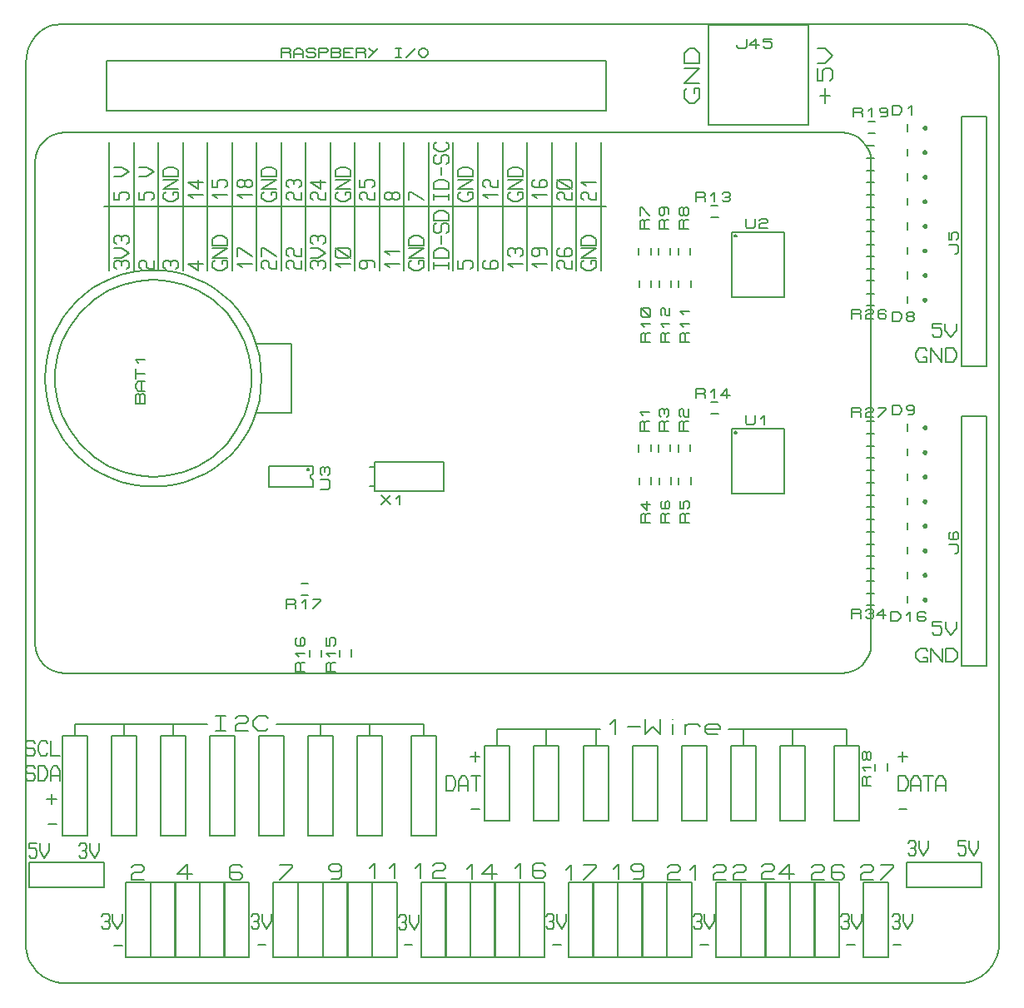
<source format=gbr>
G04 PROTEUS RS274X GERBER FILE*
%FSLAX45Y45*%
%MOMM*%
G01*
%ADD72C,0.203200*%
%ADD73C,0.250000*%
%ADD30C,0.200000*%
D72*
X+150000Y-1450000D02*
X+155969Y-1388660D01*
X+173145Y-1331934D01*
X+200427Y-1280920D01*
X+236719Y-1236719D01*
X+280921Y-1200427D01*
X+331934Y-1173145D01*
X+388660Y-1155969D01*
X+450000Y-1150000D01*
X+150000Y-6350000D02*
X+155969Y-6411340D01*
X+173145Y-6468066D01*
X+200427Y-6519080D01*
X+236719Y-6563281D01*
X+280921Y-6599573D01*
X+331934Y-6626855D01*
X+388660Y-6644031D01*
X+450000Y-6650000D01*
X+150000Y-6350000D02*
X+150000Y-1450000D01*
X+450000Y-1150000D02*
X+8350000Y-1150000D01*
X+8411340Y-1155969D01*
X+8468066Y-1173145D01*
X+8519079Y-1200427D01*
X+8563281Y-1236719D01*
X+8599573Y-1280920D01*
X+8626855Y-1331934D01*
X+8644031Y-1388660D01*
X+8650000Y-1450000D01*
X+8650000Y-6350000D01*
X+450000Y-6650000D02*
X+8350000Y-6650000D01*
X+8411340Y-6644031D01*
X+8468066Y-6626855D01*
X+8519079Y-6599573D01*
X+8563281Y-6563281D01*
X+8599573Y-6519080D01*
X+8626855Y-6468066D01*
X+8644031Y-6411340D01*
X+8650000Y-6350000D01*
X+873000Y-931000D02*
X+5953000Y-931000D01*
X+5953000Y-423000D01*
X+873000Y-423000D01*
X+873000Y-931000D01*
X+2651000Y-382360D02*
X+2651000Y-290920D01*
X+2730375Y-290920D01*
X+2746250Y-306160D01*
X+2746250Y-321400D01*
X+2730375Y-336640D01*
X+2651000Y-336640D01*
X+2730375Y-336640D02*
X+2746250Y-351880D01*
X+2746250Y-382360D01*
X+2778000Y-382360D02*
X+2778000Y-321400D01*
X+2809750Y-290920D01*
X+2841500Y-290920D01*
X+2873250Y-321400D01*
X+2873250Y-382360D01*
X+2778000Y-351880D02*
X+2873250Y-351880D01*
X+2905000Y-367120D02*
X+2920875Y-382360D01*
X+2984375Y-382360D01*
X+3000250Y-367120D01*
X+3000250Y-351880D01*
X+2984375Y-336640D01*
X+2920875Y-336640D01*
X+2905000Y-321400D01*
X+2905000Y-306160D01*
X+2920875Y-290920D01*
X+2984375Y-290920D01*
X+3000250Y-306160D01*
X+3032000Y-382360D02*
X+3032000Y-290920D01*
X+3111375Y-290920D01*
X+3127250Y-306160D01*
X+3127250Y-321400D01*
X+3111375Y-336640D01*
X+3032000Y-336640D01*
X+3159000Y-382360D02*
X+3159000Y-290920D01*
X+3238375Y-290920D01*
X+3254250Y-306160D01*
X+3254250Y-321400D01*
X+3238375Y-336640D01*
X+3254250Y-351880D01*
X+3254250Y-367120D01*
X+3238375Y-382360D01*
X+3159000Y-382360D01*
X+3159000Y-336640D02*
X+3238375Y-336640D01*
X+3381250Y-382360D02*
X+3286000Y-382360D01*
X+3286000Y-290920D01*
X+3381250Y-290920D01*
X+3286000Y-336640D02*
X+3349500Y-336640D01*
X+3413000Y-382360D02*
X+3413000Y-290920D01*
X+3492375Y-290920D01*
X+3508250Y-306160D01*
X+3508250Y-321400D01*
X+3492375Y-336640D01*
X+3413000Y-336640D01*
X+3492375Y-336640D02*
X+3508250Y-351880D01*
X+3508250Y-382360D01*
X+3635250Y-290920D02*
X+3540000Y-382360D01*
X+3540000Y-290920D02*
X+3587625Y-336640D01*
X+3809875Y-290920D02*
X+3873375Y-290920D01*
X+3841625Y-290920D02*
X+3841625Y-382360D01*
X+3809875Y-382360D02*
X+3873375Y-382360D01*
X+4016250Y-290920D02*
X+3921000Y-382360D01*
X+4048000Y-321400D02*
X+4079750Y-290920D01*
X+4111500Y-290920D01*
X+4143250Y-321400D01*
X+4143250Y-351880D01*
X+4111500Y-382360D01*
X+4079750Y-382360D01*
X+4048000Y-351880D01*
X+4048000Y-321400D01*
X+900000Y-2550000D02*
X+900000Y-1250000D01*
X+5900000Y-2550000D02*
X+5900000Y-1250000D01*
X+1150000Y-1250000D02*
X+1150000Y-2550000D01*
X+1400000Y-1250000D02*
X+1400000Y-2550000D01*
X+1650000Y-1250000D02*
X+1650000Y-2550000D01*
X+1900000Y-1250000D02*
X+1900000Y-2550000D01*
X+2150000Y-1250000D02*
X+2150000Y-2550000D01*
X+2400000Y-1250000D02*
X+2400000Y-2550000D01*
X+2650000Y-1250000D02*
X+2650000Y-2550000D01*
X+2900000Y-1250000D02*
X+2900000Y-2550000D01*
X+3150000Y-1250000D02*
X+3150000Y-2550000D01*
X+3400000Y-1250000D02*
X+3400000Y-2550000D01*
X+3650000Y-1250000D02*
X+3650000Y-2550000D01*
X+3900000Y-1250000D02*
X+3900000Y-2550000D01*
X+4150000Y-1250000D02*
X+4150000Y-2550000D01*
X+4400000Y-1250000D02*
X+4400000Y-2550000D01*
X+4650000Y-1250000D02*
X+4650000Y-2550000D01*
X+4900000Y-1250000D02*
X+4900000Y-2550000D01*
X+5150000Y-1250000D02*
X+5150000Y-2550000D01*
X+5400000Y-1250000D02*
X+5400000Y-2550000D01*
X+5650000Y-1250000D02*
X+5650000Y-2550000D01*
X+950800Y-1754750D02*
X+950800Y-1834125D01*
X+1001600Y-1834125D01*
X+1001600Y-1770625D01*
X+1027000Y-1754750D01*
X+1077800Y-1754750D01*
X+1103200Y-1770625D01*
X+1103200Y-1818250D01*
X+1077800Y-1834125D01*
X+950800Y-1596000D02*
X+1027000Y-1596000D01*
X+1103200Y-1548375D01*
X+1027000Y-1500750D01*
X+950800Y-1500750D01*
X+850000Y-1900000D02*
X+5950000Y-1900000D01*
X+1200800Y-1754750D02*
X+1200800Y-1834125D01*
X+1251600Y-1834125D01*
X+1251600Y-1770625D01*
X+1277000Y-1754750D01*
X+1327800Y-1754750D01*
X+1353200Y-1770625D01*
X+1353200Y-1818250D01*
X+1327800Y-1834125D01*
X+1200800Y-1596000D02*
X+1277000Y-1596000D01*
X+1353200Y-1548375D01*
X+1277000Y-1500750D01*
X+1200800Y-1500750D01*
X+1552400Y-1786500D02*
X+1552400Y-1754750D01*
X+1603200Y-1754750D01*
X+1603200Y-1818250D01*
X+1552400Y-1850000D01*
X+1501600Y-1850000D01*
X+1450800Y-1818250D01*
X+1450800Y-1770625D01*
X+1476200Y-1754750D01*
X+1603200Y-1723000D02*
X+1450800Y-1723000D01*
X+1603200Y-1627750D01*
X+1450800Y-1627750D01*
X+1603200Y-1596000D02*
X+1450800Y-1596000D01*
X+1450800Y-1532500D01*
X+1501600Y-1500750D01*
X+1552400Y-1500750D01*
X+1603200Y-1532500D01*
X+1603200Y-1596000D01*
X+1751600Y-1818250D02*
X+1700800Y-1786500D01*
X+1853200Y-1786500D01*
X+1802400Y-1627750D02*
X+1802400Y-1723000D01*
X+1700800Y-1659500D01*
X+1853200Y-1659500D01*
X+2001600Y-1818250D02*
X+1950800Y-1786500D01*
X+2103200Y-1786500D01*
X+1950800Y-1627750D02*
X+1950800Y-1707125D01*
X+2001600Y-1707125D01*
X+2001600Y-1643625D01*
X+2027000Y-1627750D01*
X+2077800Y-1627750D01*
X+2103200Y-1643625D01*
X+2103200Y-1691250D01*
X+2077800Y-1707125D01*
X+2251600Y-1818250D02*
X+2200800Y-1786500D01*
X+2353200Y-1786500D01*
X+2277000Y-1691250D02*
X+2251600Y-1707125D01*
X+2226200Y-1707125D01*
X+2200800Y-1691250D01*
X+2200800Y-1643625D01*
X+2226200Y-1627750D01*
X+2251600Y-1627750D01*
X+2277000Y-1643625D01*
X+2277000Y-1691250D01*
X+2302400Y-1707125D01*
X+2327800Y-1707125D01*
X+2353200Y-1691250D01*
X+2353200Y-1643625D01*
X+2327800Y-1627750D01*
X+2302400Y-1627750D01*
X+2277000Y-1643625D01*
X+2552400Y-1786500D02*
X+2552400Y-1754750D01*
X+2603200Y-1754750D01*
X+2603200Y-1818250D01*
X+2552400Y-1850000D01*
X+2501600Y-1850000D01*
X+2450800Y-1818250D01*
X+2450800Y-1770625D01*
X+2476200Y-1754750D01*
X+2603200Y-1723000D02*
X+2450800Y-1723000D01*
X+2603200Y-1627750D01*
X+2450800Y-1627750D01*
X+2603200Y-1596000D02*
X+2450800Y-1596000D01*
X+2450800Y-1532500D01*
X+2501600Y-1500750D01*
X+2552400Y-1500750D01*
X+2603200Y-1532500D01*
X+2603200Y-1596000D01*
X+2726200Y-1834125D02*
X+2700800Y-1818250D01*
X+2700800Y-1770625D01*
X+2726200Y-1754750D01*
X+2751600Y-1754750D01*
X+2777000Y-1770625D01*
X+2777000Y-1818250D01*
X+2802400Y-1834125D01*
X+2853200Y-1834125D01*
X+2853200Y-1754750D01*
X+2726200Y-1707125D02*
X+2700800Y-1691250D01*
X+2700800Y-1643625D01*
X+2726200Y-1627750D01*
X+2751600Y-1627750D01*
X+2777000Y-1643625D01*
X+2802400Y-1627750D01*
X+2827800Y-1627750D01*
X+2853200Y-1643625D01*
X+2853200Y-1691250D01*
X+2827800Y-1707125D01*
X+2777000Y-1675375D02*
X+2777000Y-1643625D01*
X+2976200Y-1834125D02*
X+2950800Y-1818250D01*
X+2950800Y-1770625D01*
X+2976200Y-1754750D01*
X+3001600Y-1754750D01*
X+3027000Y-1770625D01*
X+3027000Y-1818250D01*
X+3052400Y-1834125D01*
X+3103200Y-1834125D01*
X+3103200Y-1754750D01*
X+3052400Y-1627750D02*
X+3052400Y-1723000D01*
X+2950800Y-1659500D01*
X+3103200Y-1659500D01*
X+3302400Y-1786500D02*
X+3302400Y-1754750D01*
X+3353200Y-1754750D01*
X+3353200Y-1818250D01*
X+3302400Y-1850000D01*
X+3251600Y-1850000D01*
X+3200800Y-1818250D01*
X+3200800Y-1770625D01*
X+3226200Y-1754750D01*
X+3353200Y-1723000D02*
X+3200800Y-1723000D01*
X+3353200Y-1627750D01*
X+3200800Y-1627750D01*
X+3353200Y-1596000D02*
X+3200800Y-1596000D01*
X+3200800Y-1532500D01*
X+3251600Y-1500750D01*
X+3302400Y-1500750D01*
X+3353200Y-1532500D01*
X+3353200Y-1596000D01*
X+3476200Y-1834125D02*
X+3450800Y-1818250D01*
X+3450800Y-1770625D01*
X+3476200Y-1754750D01*
X+3501600Y-1754750D01*
X+3527000Y-1770625D01*
X+3527000Y-1818250D01*
X+3552400Y-1834125D01*
X+3603200Y-1834125D01*
X+3603200Y-1754750D01*
X+3450800Y-1627750D02*
X+3450800Y-1707125D01*
X+3501600Y-1707125D01*
X+3501600Y-1643625D01*
X+3527000Y-1627750D01*
X+3577800Y-1627750D01*
X+3603200Y-1643625D01*
X+3603200Y-1691250D01*
X+3577800Y-1707125D01*
X+3777000Y-1818250D02*
X+3751600Y-1834125D01*
X+3726200Y-1834125D01*
X+3700800Y-1818250D01*
X+3700800Y-1770625D01*
X+3726200Y-1754750D01*
X+3751600Y-1754750D01*
X+3777000Y-1770625D01*
X+3777000Y-1818250D01*
X+3802400Y-1834125D01*
X+3827800Y-1834125D01*
X+3853200Y-1818250D01*
X+3853200Y-1770625D01*
X+3827800Y-1754750D01*
X+3802400Y-1754750D01*
X+3777000Y-1770625D01*
X+3950800Y-1834125D02*
X+3950800Y-1754750D01*
X+3976200Y-1754750D01*
X+4103200Y-1834125D01*
X+4200800Y-1834125D02*
X+4200800Y-1770625D01*
X+4200800Y-1802375D02*
X+4353200Y-1802375D01*
X+4353200Y-1834125D02*
X+4353200Y-1770625D01*
X+4353200Y-1723000D02*
X+4200800Y-1723000D01*
X+4200800Y-1659500D01*
X+4251600Y-1627750D01*
X+4302400Y-1627750D01*
X+4353200Y-1659500D01*
X+4353200Y-1723000D01*
X+4277000Y-1580125D02*
X+4277000Y-1500750D01*
X+4327800Y-1469000D02*
X+4353200Y-1453125D01*
X+4353200Y-1389625D01*
X+4327800Y-1373750D01*
X+4302400Y-1373750D01*
X+4277000Y-1389625D01*
X+4277000Y-1453125D01*
X+4251600Y-1469000D01*
X+4226200Y-1469000D01*
X+4200800Y-1453125D01*
X+4200800Y-1389625D01*
X+4226200Y-1373750D01*
X+4327800Y-1246750D02*
X+4353200Y-1262625D01*
X+4353200Y-1310250D01*
X+4302400Y-1342000D01*
X+4251600Y-1342000D01*
X+4200800Y-1310250D01*
X+4200800Y-1262625D01*
X+4226200Y-1246750D01*
X+4552400Y-1786500D02*
X+4552400Y-1754750D01*
X+4603200Y-1754750D01*
X+4603200Y-1818250D01*
X+4552400Y-1850000D01*
X+4501600Y-1850000D01*
X+4450800Y-1818250D01*
X+4450800Y-1770625D01*
X+4476200Y-1754750D01*
X+4603200Y-1723000D02*
X+4450800Y-1723000D01*
X+4603200Y-1627750D01*
X+4450800Y-1627750D01*
X+4603200Y-1596000D02*
X+4450800Y-1596000D01*
X+4450800Y-1532500D01*
X+4501600Y-1500750D01*
X+4552400Y-1500750D01*
X+4603200Y-1532500D01*
X+4603200Y-1596000D01*
X+4751600Y-1818250D02*
X+4700800Y-1786500D01*
X+4853200Y-1786500D01*
X+4726200Y-1707125D02*
X+4700800Y-1691250D01*
X+4700800Y-1643625D01*
X+4726200Y-1627750D01*
X+4751600Y-1627750D01*
X+4777000Y-1643625D01*
X+4777000Y-1691250D01*
X+4802400Y-1707125D01*
X+4853200Y-1707125D01*
X+4853200Y-1627750D01*
X+5052400Y-1786500D02*
X+5052400Y-1754750D01*
X+5103200Y-1754750D01*
X+5103200Y-1818250D01*
X+5052400Y-1850000D01*
X+5001600Y-1850000D01*
X+4950800Y-1818250D01*
X+4950800Y-1770625D01*
X+4976200Y-1754750D01*
X+5103200Y-1723000D02*
X+4950800Y-1723000D01*
X+5103200Y-1627750D01*
X+4950800Y-1627750D01*
X+5103200Y-1596000D02*
X+4950800Y-1596000D01*
X+4950800Y-1532500D01*
X+5001600Y-1500750D01*
X+5052400Y-1500750D01*
X+5103200Y-1532500D01*
X+5103200Y-1596000D01*
X+5251600Y-1818250D02*
X+5200800Y-1786500D01*
X+5353200Y-1786500D01*
X+5226200Y-1627750D02*
X+5200800Y-1643625D01*
X+5200800Y-1691250D01*
X+5226200Y-1707125D01*
X+5327800Y-1707125D01*
X+5353200Y-1691250D01*
X+5353200Y-1643625D01*
X+5327800Y-1627750D01*
X+5302400Y-1627750D01*
X+5277000Y-1643625D01*
X+5277000Y-1707125D01*
X+5476200Y-1834125D02*
X+5450800Y-1818250D01*
X+5450800Y-1770625D01*
X+5476200Y-1754750D01*
X+5501600Y-1754750D01*
X+5527000Y-1770625D01*
X+5527000Y-1818250D01*
X+5552400Y-1834125D01*
X+5603200Y-1834125D01*
X+5603200Y-1754750D01*
X+5577800Y-1723000D02*
X+5476200Y-1723000D01*
X+5450800Y-1707125D01*
X+5450800Y-1643625D01*
X+5476200Y-1627750D01*
X+5577800Y-1627750D01*
X+5603200Y-1643625D01*
X+5603200Y-1707125D01*
X+5577800Y-1723000D01*
X+5603200Y-1723000D02*
X+5450800Y-1627750D01*
X+5726200Y-1834125D02*
X+5700800Y-1818250D01*
X+5700800Y-1770625D01*
X+5726200Y-1754750D01*
X+5751600Y-1754750D01*
X+5777000Y-1770625D01*
X+5777000Y-1818250D01*
X+5802400Y-1834125D01*
X+5853200Y-1834125D01*
X+5853200Y-1754750D01*
X+5751600Y-1691250D02*
X+5700800Y-1659500D01*
X+5853200Y-1659500D01*
X+976200Y-2534125D02*
X+950800Y-2518250D01*
X+950800Y-2470625D01*
X+976200Y-2454750D01*
X+1001600Y-2454750D01*
X+1027000Y-2470625D01*
X+1052400Y-2454750D01*
X+1077800Y-2454750D01*
X+1103200Y-2470625D01*
X+1103200Y-2518250D01*
X+1077800Y-2534125D01*
X+1027000Y-2502375D02*
X+1027000Y-2470625D01*
X+950800Y-2423000D02*
X+1027000Y-2423000D01*
X+1103200Y-2375375D01*
X+1027000Y-2327750D01*
X+950800Y-2327750D01*
X+976200Y-2280125D02*
X+950800Y-2264250D01*
X+950800Y-2216625D01*
X+976200Y-2200750D01*
X+1001600Y-2200750D01*
X+1027000Y-2216625D01*
X+1052400Y-2200750D01*
X+1077800Y-2200750D01*
X+1103200Y-2216625D01*
X+1103200Y-2264250D01*
X+1077800Y-2280125D01*
X+1027000Y-2248375D02*
X+1027000Y-2216625D01*
X+1226200Y-2534125D02*
X+1200800Y-2518250D01*
X+1200800Y-2470625D01*
X+1226200Y-2454750D01*
X+1251600Y-2454750D01*
X+1277000Y-2470625D01*
X+1277000Y-2518250D01*
X+1302400Y-2534125D01*
X+1353200Y-2534125D01*
X+1353200Y-2454750D01*
X+1476200Y-2534125D02*
X+1450800Y-2518250D01*
X+1450800Y-2470625D01*
X+1476200Y-2454750D01*
X+1501600Y-2454750D01*
X+1527000Y-2470625D01*
X+1552400Y-2454750D01*
X+1577800Y-2454750D01*
X+1603200Y-2470625D01*
X+1603200Y-2518250D01*
X+1577800Y-2534125D01*
X+1527000Y-2502375D02*
X+1527000Y-2470625D01*
X+1802400Y-2454750D02*
X+1802400Y-2550000D01*
X+1700800Y-2486500D01*
X+1853200Y-2486500D01*
X+2052400Y-2486500D02*
X+2052400Y-2454750D01*
X+2103200Y-2454750D01*
X+2103200Y-2518250D01*
X+2052400Y-2550000D01*
X+2001600Y-2550000D01*
X+1950800Y-2518250D01*
X+1950800Y-2470625D01*
X+1976200Y-2454750D01*
X+2103200Y-2423000D02*
X+1950800Y-2423000D01*
X+2103200Y-2327750D01*
X+1950800Y-2327750D01*
X+2103200Y-2296000D02*
X+1950800Y-2296000D01*
X+1950800Y-2232500D01*
X+2001600Y-2200750D01*
X+2052400Y-2200750D01*
X+2103200Y-2232500D01*
X+2103200Y-2296000D01*
X+2251600Y-2518250D02*
X+2200800Y-2486500D01*
X+2353200Y-2486500D01*
X+2200800Y-2407125D02*
X+2200800Y-2327750D01*
X+2226200Y-2327750D01*
X+2353200Y-2407125D01*
X+2476200Y-2534125D02*
X+2450800Y-2518250D01*
X+2450800Y-2470625D01*
X+2476200Y-2454750D01*
X+2501600Y-2454750D01*
X+2527000Y-2470625D01*
X+2527000Y-2518250D01*
X+2552400Y-2534125D01*
X+2603200Y-2534125D01*
X+2603200Y-2454750D01*
X+2450800Y-2407125D02*
X+2450800Y-2327750D01*
X+2476200Y-2327750D01*
X+2603200Y-2407125D01*
X+2726200Y-2534125D02*
X+2700800Y-2518250D01*
X+2700800Y-2470625D01*
X+2726200Y-2454750D01*
X+2751600Y-2454750D01*
X+2777000Y-2470625D01*
X+2777000Y-2518250D01*
X+2802400Y-2534125D01*
X+2853200Y-2534125D01*
X+2853200Y-2454750D01*
X+2726200Y-2407125D02*
X+2700800Y-2391250D01*
X+2700800Y-2343625D01*
X+2726200Y-2327750D01*
X+2751600Y-2327750D01*
X+2777000Y-2343625D01*
X+2777000Y-2391250D01*
X+2802400Y-2407125D01*
X+2853200Y-2407125D01*
X+2853200Y-2327750D01*
X+2976200Y-2534125D02*
X+2950800Y-2518250D01*
X+2950800Y-2470625D01*
X+2976200Y-2454750D01*
X+3001600Y-2454750D01*
X+3027000Y-2470625D01*
X+3052400Y-2454750D01*
X+3077800Y-2454750D01*
X+3103200Y-2470625D01*
X+3103200Y-2518250D01*
X+3077800Y-2534125D01*
X+3027000Y-2502375D02*
X+3027000Y-2470625D01*
X+2950800Y-2423000D02*
X+3027000Y-2423000D01*
X+3103200Y-2375375D01*
X+3027000Y-2327750D01*
X+2950800Y-2327750D01*
X+2976200Y-2280125D02*
X+2950800Y-2264250D01*
X+2950800Y-2216625D01*
X+2976200Y-2200750D01*
X+3001600Y-2200750D01*
X+3027000Y-2216625D01*
X+3052400Y-2200750D01*
X+3077800Y-2200750D01*
X+3103200Y-2216625D01*
X+3103200Y-2264250D01*
X+3077800Y-2280125D01*
X+3027000Y-2248375D02*
X+3027000Y-2216625D01*
X+3251600Y-2518250D02*
X+3200800Y-2486500D01*
X+3353200Y-2486500D01*
X+3327800Y-2423000D02*
X+3226200Y-2423000D01*
X+3200800Y-2407125D01*
X+3200800Y-2343625D01*
X+3226200Y-2327750D01*
X+3327800Y-2327750D01*
X+3353200Y-2343625D01*
X+3353200Y-2407125D01*
X+3327800Y-2423000D01*
X+3353200Y-2423000D02*
X+3200800Y-2327750D01*
X+3501600Y-2454750D02*
X+3527000Y-2470625D01*
X+3527000Y-2518250D01*
X+3501600Y-2534125D01*
X+3476200Y-2534125D01*
X+3450800Y-2518250D01*
X+3450800Y-2470625D01*
X+3476200Y-2454750D01*
X+3577800Y-2454750D01*
X+3603200Y-2470625D01*
X+3603200Y-2518250D01*
X+3751600Y-2518250D02*
X+3700800Y-2486500D01*
X+3853200Y-2486500D01*
X+3751600Y-2391250D02*
X+3700800Y-2359500D01*
X+3853200Y-2359500D01*
X+4052400Y-2486500D02*
X+4052400Y-2454750D01*
X+4103200Y-2454750D01*
X+4103200Y-2518250D01*
X+4052400Y-2550000D01*
X+4001600Y-2550000D01*
X+3950800Y-2518250D01*
X+3950800Y-2470625D01*
X+3976200Y-2454750D01*
X+4103200Y-2423000D02*
X+3950800Y-2423000D01*
X+4103200Y-2327750D01*
X+3950800Y-2327750D01*
X+4103200Y-2296000D02*
X+3950800Y-2296000D01*
X+3950800Y-2232500D01*
X+4001600Y-2200750D01*
X+4052400Y-2200750D01*
X+4103200Y-2232500D01*
X+4103200Y-2296000D01*
X+4200800Y-2534125D02*
X+4200800Y-2470625D01*
X+4200800Y-2502375D02*
X+4353200Y-2502375D01*
X+4353200Y-2534125D02*
X+4353200Y-2470625D01*
X+4353200Y-2423000D02*
X+4200800Y-2423000D01*
X+4200800Y-2359500D01*
X+4251600Y-2327750D01*
X+4302400Y-2327750D01*
X+4353200Y-2359500D01*
X+4353200Y-2423000D01*
X+4277000Y-2280125D02*
X+4277000Y-2200750D01*
X+4327800Y-2169000D02*
X+4353200Y-2153125D01*
X+4353200Y-2089625D01*
X+4327800Y-2073750D01*
X+4302400Y-2073750D01*
X+4277000Y-2089625D01*
X+4277000Y-2153125D01*
X+4251600Y-2169000D01*
X+4226200Y-2169000D01*
X+4200800Y-2153125D01*
X+4200800Y-2089625D01*
X+4226200Y-2073750D01*
X+4353200Y-2042000D02*
X+4200800Y-2042000D01*
X+4200800Y-1978500D01*
X+4251600Y-1946750D01*
X+4302400Y-1946750D01*
X+4353200Y-1978500D01*
X+4353200Y-2042000D01*
X+4450800Y-2454750D02*
X+4450800Y-2534125D01*
X+4501600Y-2534125D01*
X+4501600Y-2470625D01*
X+4527000Y-2454750D01*
X+4577800Y-2454750D01*
X+4603200Y-2470625D01*
X+4603200Y-2518250D01*
X+4577800Y-2534125D01*
X+4726200Y-2454750D02*
X+4700800Y-2470625D01*
X+4700800Y-2518250D01*
X+4726200Y-2534125D01*
X+4827800Y-2534125D01*
X+4853200Y-2518250D01*
X+4853200Y-2470625D01*
X+4827800Y-2454750D01*
X+4802400Y-2454750D01*
X+4777000Y-2470625D01*
X+4777000Y-2534125D01*
X+5001600Y-2518250D02*
X+4950800Y-2486500D01*
X+5103200Y-2486500D01*
X+4976200Y-2407125D02*
X+4950800Y-2391250D01*
X+4950800Y-2343625D01*
X+4976200Y-2327750D01*
X+5001600Y-2327750D01*
X+5027000Y-2343625D01*
X+5052400Y-2327750D01*
X+5077800Y-2327750D01*
X+5103200Y-2343625D01*
X+5103200Y-2391250D01*
X+5077800Y-2407125D01*
X+5027000Y-2375375D02*
X+5027000Y-2343625D01*
X+5251600Y-2518250D02*
X+5200800Y-2486500D01*
X+5353200Y-2486500D01*
X+5251600Y-2327750D02*
X+5277000Y-2343625D01*
X+5277000Y-2391250D01*
X+5251600Y-2407125D01*
X+5226200Y-2407125D01*
X+5200800Y-2391250D01*
X+5200800Y-2343625D01*
X+5226200Y-2327750D01*
X+5327800Y-2327750D01*
X+5353200Y-2343625D01*
X+5353200Y-2391250D01*
X+5476200Y-2534125D02*
X+5450800Y-2518250D01*
X+5450800Y-2470625D01*
X+5476200Y-2454750D01*
X+5501600Y-2454750D01*
X+5527000Y-2470625D01*
X+5527000Y-2518250D01*
X+5552400Y-2534125D01*
X+5603200Y-2534125D01*
X+5603200Y-2454750D01*
X+5476200Y-2327750D02*
X+5450800Y-2343625D01*
X+5450800Y-2391250D01*
X+5476200Y-2407125D01*
X+5577800Y-2407125D01*
X+5603200Y-2391250D01*
X+5603200Y-2343625D01*
X+5577800Y-2327750D01*
X+5552400Y-2327750D01*
X+5527000Y-2343625D01*
X+5527000Y-2407125D01*
X+5802400Y-2486500D02*
X+5802400Y-2454750D01*
X+5853200Y-2454750D01*
X+5853200Y-2518250D01*
X+5802400Y-2550000D01*
X+5751600Y-2550000D01*
X+5700800Y-2518250D01*
X+5700800Y-2470625D01*
X+5726200Y-2454750D01*
X+5853200Y-2423000D02*
X+5700800Y-2423000D01*
X+5853200Y-2327750D01*
X+5700800Y-2327750D01*
X+5853200Y-2296000D02*
X+5700800Y-2296000D01*
X+5700800Y-2232500D01*
X+5751600Y-2200750D01*
X+5802400Y-2200750D01*
X+5853200Y-2232500D01*
X+5853200Y-2296000D01*
X+2350000Y-3650000D02*
X+2347283Y-3576335D01*
X+2325275Y-3429004D01*
X+2279696Y-3281673D01*
X+2206795Y-3134342D01*
X+2098629Y-2987011D01*
X+1953894Y-2852935D01*
X+1806563Y-2760309D01*
X+1659232Y-2699013D01*
X+1511901Y-2663193D01*
X+1364570Y-2650106D01*
X+1350000Y-2650000D01*
X+350000Y-3650000D02*
X+352717Y-3576335D01*
X+374725Y-3429004D01*
X+420304Y-3281673D01*
X+493205Y-3134342D01*
X+601371Y-2987011D01*
X+746106Y-2852935D01*
X+893437Y-2760309D01*
X+1040768Y-2699013D01*
X+1188099Y-2663193D01*
X+1335430Y-2650106D01*
X+1350000Y-2650000D01*
X+350000Y-3650000D02*
X+352717Y-3723665D01*
X+374725Y-3870996D01*
X+420304Y-4018327D01*
X+493205Y-4165658D01*
X+601371Y-4312989D01*
X+746106Y-4447065D01*
X+893437Y-4539691D01*
X+1040768Y-4600987D01*
X+1188099Y-4636807D01*
X+1335430Y-4649894D01*
X+1350000Y-4650000D01*
X+2350000Y-3650000D02*
X+2347283Y-3723665D01*
X+2325275Y-3870996D01*
X+2279696Y-4018327D01*
X+2206795Y-4165658D01*
X+2098629Y-4312989D01*
X+1953894Y-4447065D01*
X+1806563Y-4539691D01*
X+1659232Y-4600987D01*
X+1511901Y-4636807D01*
X+1364570Y-4649894D01*
X+1350000Y-4650000D01*
X+1350000Y-4750000D02*
X+1464320Y-4744444D01*
X+1574915Y-4728113D01*
X+1681279Y-4701509D01*
X+1782910Y-4665137D01*
X+1879304Y-4619499D01*
X+1969958Y-4565100D01*
X+2054368Y-4502443D01*
X+2132031Y-4432031D01*
X+2202443Y-4354369D01*
X+2265100Y-4269958D01*
X+2319499Y-4179305D01*
X+2365137Y-4082910D01*
X+2401509Y-3981279D01*
X+2428113Y-3874915D01*
X+2444444Y-3764320D01*
X+2450000Y-3650000D01*
X+2444444Y-3535680D01*
X+2428113Y-3425085D01*
X+2401509Y-3318721D01*
X+2365137Y-3217090D01*
X+2319499Y-3120695D01*
X+2265100Y-3030042D01*
X+2202443Y-2945631D01*
X+2132031Y-2867969D01*
X+2054368Y-2797557D01*
X+1969958Y-2734900D01*
X+1879304Y-2680501D01*
X+1782910Y-2634863D01*
X+1681279Y-2598491D01*
X+1574915Y-2571887D01*
X+1464320Y-2555556D01*
X+1350000Y-2550000D01*
X+1235680Y-2555556D01*
X+1125085Y-2571887D01*
X+1018721Y-2598491D01*
X+917090Y-2634863D01*
X+820696Y-2680501D01*
X+730042Y-2734900D01*
X+645632Y-2797557D01*
X+567969Y-2867969D01*
X+497557Y-2945631D01*
X+434900Y-3030042D01*
X+380501Y-3120695D01*
X+334863Y-3217090D01*
X+298491Y-3318721D01*
X+271887Y-3425085D01*
X+255556Y-3535680D01*
X+250000Y-3650000D01*
X+255556Y-3764320D01*
X+271887Y-3874915D01*
X+298491Y-3981279D01*
X+334863Y-4082910D01*
X+380501Y-4179305D01*
X+434900Y-4269958D01*
X+497557Y-4354369D01*
X+567969Y-4432031D01*
X+645632Y-4502443D01*
X+730042Y-4565100D01*
X+820696Y-4619499D01*
X+917090Y-4665137D01*
X+1018721Y-4701509D01*
X+1125085Y-4728113D01*
X+1235680Y-4744444D01*
X+1350000Y-4750000D01*
X+2750000Y-4000000D02*
X+2750000Y-3300000D01*
X+2400000Y-3300000D01*
X+2750000Y-4000000D02*
X+2400000Y-4000000D01*
X+1259360Y-3904000D02*
X+1167920Y-3904000D01*
X+1167920Y-3824625D01*
X+1183160Y-3808750D01*
X+1198400Y-3808750D01*
X+1213640Y-3824625D01*
X+1228880Y-3808750D01*
X+1244120Y-3808750D01*
X+1259360Y-3824625D01*
X+1259360Y-3904000D01*
X+1213640Y-3904000D02*
X+1213640Y-3824625D01*
X+1259360Y-3777000D02*
X+1198400Y-3777000D01*
X+1167920Y-3745250D01*
X+1167920Y-3713500D01*
X+1198400Y-3681750D01*
X+1259360Y-3681750D01*
X+1228880Y-3777000D02*
X+1228880Y-3681750D01*
X+1167920Y-3650000D02*
X+1167920Y-3554750D01*
X+1167920Y-3602375D02*
X+1259360Y-3602375D01*
X+1198400Y-3491250D02*
X+1167920Y-3459500D01*
X+1259360Y-3459500D01*
X+421458Y-8298500D02*
X+675458Y-8298500D01*
X+675458Y-7282500D01*
X+421458Y-7282500D01*
X+421458Y-8298500D01*
X+921458Y-8298500D02*
X+1175458Y-8298500D01*
X+1175458Y-7282500D01*
X+921458Y-7282500D01*
X+921458Y-8298500D01*
X+1421458Y-8298500D02*
X+1675458Y-8298500D01*
X+1675458Y-7282500D01*
X+1421458Y-7282500D01*
X+1421458Y-8298500D01*
X+1921458Y-8298500D02*
X+2175458Y-8298500D01*
X+2175458Y-7282500D01*
X+1921458Y-7282500D01*
X+1921458Y-8298500D01*
X+2421458Y-8298500D02*
X+2675458Y-8298500D01*
X+2675458Y-7282500D01*
X+2421458Y-7282500D01*
X+2421458Y-8298500D01*
X+2921458Y-8298500D02*
X+3175458Y-8298500D01*
X+3175458Y-7282500D01*
X+2921458Y-7282500D01*
X+2921458Y-8298500D01*
X+3421458Y-8298500D02*
X+3675458Y-8298500D01*
X+3675458Y-7282500D01*
X+3421458Y-7282500D01*
X+3421458Y-8298500D01*
X+3971458Y-8298500D02*
X+4225458Y-8298500D01*
X+4225458Y-7282500D01*
X+3971458Y-7282500D01*
X+3971458Y-8298500D01*
X+4721458Y-8148500D02*
X+4975458Y-8148500D01*
X+4975458Y-7386500D01*
X+4721458Y-7386500D01*
X+4721458Y-8148500D01*
X+5221458Y-8148500D02*
X+5475458Y-8148500D01*
X+5475458Y-7386500D01*
X+5221458Y-7386500D01*
X+5221458Y-8148500D01*
X+5721458Y-8148500D02*
X+5975458Y-8148500D01*
X+5975458Y-7386500D01*
X+5721458Y-7386500D01*
X+5721458Y-8148500D01*
X+6221458Y-8148500D02*
X+6475458Y-8148500D01*
X+6475458Y-7386500D01*
X+6221458Y-7386500D01*
X+6221458Y-8148500D01*
X+6721458Y-8148500D02*
X+6975458Y-8148500D01*
X+6975458Y-7386500D01*
X+6721458Y-7386500D01*
X+6721458Y-8148500D01*
X+7221458Y-8148500D02*
X+7475458Y-8148500D01*
X+7475458Y-7386500D01*
X+7221458Y-7386500D01*
X+7221458Y-8148500D01*
X+7721458Y-8148500D02*
X+7975458Y-8148500D01*
X+7975458Y-7386500D01*
X+7721458Y-7386500D01*
X+7721458Y-8148500D01*
X+8271458Y-8148500D02*
X+8525458Y-8148500D01*
X+8525458Y-7386500D01*
X+8271458Y-7386500D01*
X+8271458Y-8148500D01*
X+1071458Y-9540500D02*
X+1325458Y-9540500D01*
X+1325458Y-8778500D01*
X+1071458Y-8778500D01*
X+1071458Y-9540500D01*
X+1321458Y-9540500D02*
X+1575458Y-9540500D01*
X+1575458Y-8778500D01*
X+1321458Y-8778500D01*
X+1321458Y-9540500D01*
X+1571458Y-9540500D02*
X+1825458Y-9540500D01*
X+1825458Y-8778500D01*
X+1571458Y-8778500D01*
X+1571458Y-9540500D01*
X+1821458Y-9540500D02*
X+2075458Y-9540500D01*
X+2075458Y-8778500D01*
X+1821458Y-8778500D01*
X+1821458Y-9540500D01*
X+2071458Y-9540500D02*
X+2325458Y-9540500D01*
X+2325458Y-8778500D01*
X+2071458Y-8778500D01*
X+2071458Y-9540500D01*
X+2571458Y-9540500D02*
X+2825458Y-9540500D01*
X+2825458Y-8778500D01*
X+2571458Y-8778500D01*
X+2571458Y-9540500D01*
X+2821458Y-9540500D02*
X+3075458Y-9540500D01*
X+3075458Y-8778500D01*
X+2821458Y-8778500D01*
X+2821458Y-9540500D01*
X+3071458Y-9540500D02*
X+3325458Y-9540500D01*
X+3325458Y-8778500D01*
X+3071458Y-8778500D01*
X+3071458Y-9540500D01*
X+3321458Y-9540500D02*
X+3575458Y-9540500D01*
X+3575458Y-8778500D01*
X+3321458Y-8778500D01*
X+3321458Y-9540500D01*
X+3571458Y-9540500D02*
X+3825458Y-9540500D01*
X+3825458Y-8778500D01*
X+3571458Y-8778500D01*
X+3571458Y-9540500D01*
X+4071458Y-9540500D02*
X+4325458Y-9540500D01*
X+4325458Y-8778500D01*
X+4071458Y-8778500D01*
X+4071458Y-9540500D01*
X+4321458Y-9540500D02*
X+4575458Y-9540500D01*
X+4575458Y-8778500D01*
X+4321458Y-8778500D01*
X+4321458Y-9540500D01*
X+4571458Y-9540500D02*
X+4825458Y-9540500D01*
X+4825458Y-8778500D01*
X+4571458Y-8778500D01*
X+4571458Y-9540500D01*
X+4821458Y-9540500D02*
X+5075458Y-9540500D01*
X+5075458Y-8778500D01*
X+4821458Y-8778500D01*
X+4821458Y-9540500D01*
X+5071458Y-9540500D02*
X+5325458Y-9540500D01*
X+5325458Y-8778500D01*
X+5071458Y-8778500D01*
X+5071458Y-9540500D01*
X+5571458Y-9540500D02*
X+5825458Y-9540500D01*
X+5825458Y-8778500D01*
X+5571458Y-8778500D01*
X+5571458Y-9540500D01*
X+5821458Y-9540500D02*
X+6075458Y-9540500D01*
X+6075458Y-8778500D01*
X+5821458Y-8778500D01*
X+5821458Y-9540500D01*
X+6071458Y-9540500D02*
X+6325458Y-9540500D01*
X+6325458Y-8778500D01*
X+6071458Y-8778500D01*
X+6071458Y-9540500D01*
X+6321458Y-9540500D02*
X+6575458Y-9540500D01*
X+6575458Y-8778500D01*
X+6321458Y-8778500D01*
X+6321458Y-9540500D01*
X+6571458Y-9540500D02*
X+6825458Y-9540500D01*
X+6825458Y-8778500D01*
X+6571458Y-8778500D01*
X+6571458Y-9540500D01*
X+7071458Y-9540500D02*
X+7325458Y-9540500D01*
X+7325458Y-8778500D01*
X+7071458Y-8778500D01*
X+7071458Y-9540500D01*
X+7321458Y-9540500D02*
X+7575458Y-9540500D01*
X+7575458Y-8778500D01*
X+7321458Y-8778500D01*
X+7321458Y-9540500D01*
X+7571458Y-9540500D02*
X+7825458Y-9540500D01*
X+7825458Y-8778500D01*
X+7571458Y-8778500D01*
X+7571458Y-9540500D01*
X+7821458Y-9540500D02*
X+8075458Y-9540500D01*
X+8075458Y-8778500D01*
X+7821458Y-8778500D01*
X+7821458Y-9540500D01*
X+8071458Y-9540500D02*
X+8325458Y-9540500D01*
X+8325458Y-8778500D01*
X+8071458Y-8778500D01*
X+8071458Y-9540500D01*
X+8571458Y-9540500D02*
X+8825458Y-9540500D01*
X+8825458Y-8778500D01*
X+8571458Y-8778500D01*
X+8571458Y-9540500D01*
X+9573000Y-3527000D02*
X+9827000Y-3527000D01*
X+9827000Y-987000D01*
X+9573000Y-987000D01*
X+9573000Y-3527000D01*
X+9501880Y-2384000D02*
X+9517120Y-2384000D01*
X+9532360Y-2368125D01*
X+9532360Y-2304625D01*
X+9517120Y-2288750D01*
X+9440920Y-2288750D01*
X+9440920Y-2161750D02*
X+9440920Y-2241125D01*
X+9471400Y-2241125D01*
X+9471400Y-2177625D01*
X+9486640Y-2161750D01*
X+9517120Y-2161750D01*
X+9532360Y-2177625D01*
X+9532360Y-2225250D01*
X+9517120Y-2241125D01*
X+9573000Y-6577000D02*
X+9827000Y-6577000D01*
X+9827000Y-4037000D01*
X+9573000Y-4037000D01*
X+9573000Y-6577000D01*
X+9501880Y-5434000D02*
X+9517120Y-5434000D01*
X+9532360Y-5418125D01*
X+9532360Y-5354625D01*
X+9517120Y-5338750D01*
X+9440920Y-5338750D01*
X+9456160Y-5211750D02*
X+9440920Y-5227625D01*
X+9440920Y-5275250D01*
X+9456160Y-5291125D01*
X+9517120Y-5291125D01*
X+9532360Y-5275250D01*
X+9532360Y-5227625D01*
X+9517120Y-5211750D01*
X+9501880Y-5211750D01*
X+9486640Y-5227625D01*
X+9486640Y-5291125D01*
X+1985400Y-7084800D02*
X+2087000Y-7084800D01*
X+2036200Y-7084800D02*
X+2036200Y-7237200D01*
X+1985400Y-7237200D02*
X+2087000Y-7237200D01*
X+2188600Y-7110200D02*
X+2214000Y-7084800D01*
X+2290200Y-7084800D01*
X+2315600Y-7110200D01*
X+2315600Y-7135600D01*
X+2290200Y-7161000D01*
X+2214000Y-7161000D01*
X+2188600Y-7186400D01*
X+2188600Y-7237200D01*
X+2315600Y-7237200D01*
X+2518800Y-7211800D02*
X+2493400Y-7237200D01*
X+2417200Y-7237200D01*
X+2366400Y-7186400D01*
X+2366400Y-7135600D01*
X+2417200Y-7084800D01*
X+2493400Y-7084800D01*
X+2518800Y-7110200D01*
X+1898458Y-7167500D02*
X+548458Y-7167500D01*
X+548458Y-7267500D01*
X+1048458Y-7167500D02*
X+1048458Y-7267500D01*
X+1548458Y-7167500D02*
X+1548458Y-7267500D01*
X+2598458Y-7167500D02*
X+4098458Y-7167500D01*
X+4098458Y-7267500D01*
X+3548458Y-7267500D02*
X+3548458Y-7167500D01*
X+3048458Y-7167500D02*
X+3048458Y-7267500D01*
X+5999258Y-7169100D02*
X+6050058Y-7118300D01*
X+6050058Y-7270700D01*
X+6177058Y-7194500D02*
X+6304058Y-7194500D01*
X+6354858Y-7118300D02*
X+6354858Y-7270700D01*
X+6431058Y-7194500D01*
X+6507258Y-7270700D01*
X+6507258Y-7118300D01*
X+6634258Y-7169100D02*
X+6634258Y-7270700D01*
X+6634258Y-7118300D02*
X+6634258Y-7118300D01*
X+6761258Y-7270700D02*
X+6761258Y-7169100D01*
X+6761258Y-7194500D02*
X+6786658Y-7169100D01*
X+6888258Y-7169100D01*
X+6913658Y-7194500D01*
X+6964458Y-7219900D02*
X+7116858Y-7219900D01*
X+7116858Y-7194500D01*
X+7091458Y-7169100D01*
X+6989858Y-7169100D01*
X+6964458Y-7194500D01*
X+6964458Y-7245300D01*
X+6989858Y-7270700D01*
X+7091458Y-7270700D01*
X+5898458Y-7217500D02*
X+4848458Y-7217500D01*
X+4848458Y-7367500D01*
X+5348458Y-7367500D02*
X+5348458Y-7217500D01*
X+5848458Y-7217500D02*
X+5848458Y-7367500D01*
X+7198458Y-7217500D02*
X+8398458Y-7217500D01*
X+8398458Y-7367500D01*
X+7848458Y-7367500D02*
X+7848458Y-7217500D01*
X+7348458Y-7217500D02*
X+7348458Y-7367500D01*
X+1130481Y-8623077D02*
X+1155881Y-8597677D01*
X+1232081Y-8597677D01*
X+1257481Y-8623077D01*
X+1257481Y-8648477D01*
X+1232081Y-8673877D01*
X+1155881Y-8673877D01*
X+1130481Y-8699277D01*
X+1130481Y-8750077D01*
X+1257481Y-8750077D01*
X+2250858Y-8619700D02*
X+2225458Y-8594300D01*
X+2149258Y-8594300D01*
X+2123858Y-8619700D01*
X+2123858Y-8721300D01*
X+2149258Y-8746700D01*
X+2225458Y-8746700D01*
X+2250858Y-8721300D01*
X+2250858Y-8695900D01*
X+2225458Y-8670500D01*
X+2123858Y-8670500D01*
X+2633858Y-8594300D02*
X+2760858Y-8594300D01*
X+2760858Y-8619700D01*
X+2633858Y-8746700D01*
X+3549258Y-8635100D02*
X+3600058Y-8584300D01*
X+3600058Y-8736700D01*
X+3752458Y-8635100D02*
X+3803258Y-8584300D01*
X+3803258Y-8736700D01*
X+4019258Y-8635100D02*
X+4070058Y-8584300D01*
X+4070058Y-8736700D01*
X+4197058Y-8609700D02*
X+4222458Y-8584300D01*
X+4298658Y-8584300D01*
X+4324058Y-8609700D01*
X+4324058Y-8635100D01*
X+4298658Y-8660500D01*
X+4222458Y-8660500D01*
X+4197058Y-8685900D01*
X+4197058Y-8736700D01*
X+4324058Y-8736700D01*
X+5029258Y-8635100D02*
X+5080058Y-8584300D01*
X+5080058Y-8736700D01*
X+5334058Y-8609700D02*
X+5308658Y-8584300D01*
X+5232458Y-8584300D01*
X+5207058Y-8609700D01*
X+5207058Y-8711300D01*
X+5232458Y-8736700D01*
X+5308658Y-8736700D01*
X+5334058Y-8711300D01*
X+5334058Y-8685900D01*
X+5308658Y-8660500D01*
X+5207058Y-8660500D01*
X+5549258Y-8645100D02*
X+5600058Y-8594300D01*
X+5600058Y-8746700D01*
X+5727058Y-8594300D02*
X+5854058Y-8594300D01*
X+5854058Y-8619700D01*
X+5727058Y-8746700D01*
X+6583858Y-8619700D02*
X+6609258Y-8594300D01*
X+6685458Y-8594300D01*
X+6710858Y-8619700D01*
X+6710858Y-8645100D01*
X+6685458Y-8670500D01*
X+6609258Y-8670500D01*
X+6583858Y-8695900D01*
X+6583858Y-8746700D01*
X+6710858Y-8746700D01*
X+6812458Y-8645100D02*
X+6863258Y-8594300D01*
X+6863258Y-8746700D01*
X+7043858Y-8619700D02*
X+7069258Y-8594300D01*
X+7145458Y-8594300D01*
X+7170858Y-8619700D01*
X+7170858Y-8645100D01*
X+7145458Y-8670500D01*
X+7069258Y-8670500D01*
X+7043858Y-8695900D01*
X+7043858Y-8746700D01*
X+7170858Y-8746700D01*
X+7247058Y-8619700D02*
X+7272458Y-8594300D01*
X+7348658Y-8594300D01*
X+7374058Y-8619700D01*
X+7374058Y-8645100D01*
X+7348658Y-8670500D01*
X+7272458Y-8670500D01*
X+7247058Y-8695900D01*
X+7247058Y-8746700D01*
X+7374058Y-8746700D01*
X+8043858Y-8619700D02*
X+8069258Y-8594300D01*
X+8145458Y-8594300D01*
X+8170858Y-8619700D01*
X+8170858Y-8645100D01*
X+8145458Y-8670500D01*
X+8069258Y-8670500D01*
X+8043858Y-8695900D01*
X+8043858Y-8746700D01*
X+8170858Y-8746700D01*
X+8374058Y-8619700D02*
X+8348658Y-8594300D01*
X+8272458Y-8594300D01*
X+8247058Y-8619700D01*
X+8247058Y-8721300D01*
X+8272458Y-8746700D01*
X+8348658Y-8746700D01*
X+8374058Y-8721300D01*
X+8374058Y-8695900D01*
X+8348658Y-8670500D01*
X+8247058Y-8670500D01*
X+8543858Y-8619700D02*
X+8569258Y-8594300D01*
X+8645458Y-8594300D01*
X+8670858Y-8619700D01*
X+8670858Y-8645100D01*
X+8645458Y-8670500D01*
X+8569258Y-8670500D01*
X+8543858Y-8695900D01*
X+8543858Y-8746700D01*
X+8670858Y-8746700D01*
X+8747058Y-8594300D02*
X+8874058Y-8594300D01*
X+8874058Y-8619700D01*
X+8747058Y-8746700D01*
X+400000Y-50000D02*
X+9600000Y-50000D01*
X+9950000Y-400000D02*
X+9950000Y-9400000D01*
X+50000Y-9400000D02*
X+50000Y-450000D01*
X+2973520Y-4542050D02*
X+2973520Y-4623012D01*
X+2962899Y-4625094D01*
X+2954333Y-4630814D01*
X+2948614Y-4639379D01*
X+2946532Y-4650000D01*
X+2973520Y-4676988D02*
X+2962899Y-4674906D01*
X+2954333Y-4669186D01*
X+2948614Y-4660621D01*
X+2946532Y-4650000D01*
X+2973520Y-4676988D02*
X+2973520Y-4757950D01*
X+2526480Y-4618250D02*
X+2526480Y-4681750D01*
X+2940500Y-4542050D02*
X+2559500Y-4542050D01*
X+2940500Y-4757950D02*
X+2559500Y-4757950D01*
X+2940500Y-4542050D02*
X+2973520Y-4542050D01*
X+2973520Y-4757950D02*
X+2940500Y-4757950D01*
X+2526480Y-4681750D02*
X+2526480Y-4757950D01*
X+2559500Y-4757950D01*
X+2559500Y-4542050D02*
X+2526480Y-4542050D01*
X+2526480Y-4618250D01*
X+2934404Y-4577610D02*
X+2934369Y-4576765D01*
X+2934082Y-4575074D01*
X+2933483Y-4573383D01*
X+2932503Y-4571692D01*
X+2931003Y-4570024D01*
X+2929312Y-4568804D01*
X+2927621Y-4568028D01*
X+2925930Y-4567591D01*
X+2924244Y-4567450D01*
X+2914084Y-4577610D02*
X+2914119Y-4576765D01*
X+2914406Y-4575074D01*
X+2915005Y-4573383D01*
X+2915985Y-4571692D01*
X+2917485Y-4570024D01*
X+2919176Y-4568804D01*
X+2920867Y-4568028D01*
X+2922558Y-4567591D01*
X+2924244Y-4567450D01*
X+2914084Y-4577610D02*
X+2914119Y-4578455D01*
X+2914406Y-4580146D01*
X+2915005Y-4581837D01*
X+2915985Y-4583528D01*
X+2917485Y-4585196D01*
X+2919176Y-4586416D01*
X+2920867Y-4587192D01*
X+2922558Y-4587629D01*
X+2924244Y-4587770D01*
X+2934404Y-4577610D02*
X+2934369Y-4578455D01*
X+2934082Y-4580146D01*
X+2933483Y-4581837D01*
X+2932503Y-4583528D01*
X+2931003Y-4585196D01*
X+2929312Y-4586416D01*
X+2927621Y-4587192D01*
X+2925930Y-4587629D01*
X+2924244Y-4587770D01*
X+3049580Y-4777000D02*
X+3125780Y-4777000D01*
X+3141020Y-4761125D01*
X+3141020Y-4697625D01*
X+3125780Y-4681750D01*
X+3049580Y-4681750D01*
X+3064820Y-4634125D02*
X+3049580Y-4618250D01*
X+3049580Y-4570625D01*
X+3064820Y-4554750D01*
X+3080060Y-4554750D01*
X+3095300Y-4570625D01*
X+3110540Y-4554750D01*
X+3125780Y-4554750D01*
X+3141020Y-4570625D01*
X+3141020Y-4618250D01*
X+3125780Y-4634125D01*
X+3095300Y-4602375D02*
X+3095300Y-4570625D01*
X+7230000Y-2820000D02*
X+7770000Y-2820000D01*
X+7770000Y-2160000D01*
X+7230000Y-2160000D01*
X+7230000Y-2820000D01*
X+7280000Y-2200000D02*
X+7279965Y-2199169D01*
X+7279684Y-2197505D01*
X+7279094Y-2195841D01*
X+7278130Y-2194177D01*
X+7276655Y-2192536D01*
X+7274991Y-2191335D01*
X+7273327Y-2190570D01*
X+7271663Y-2190139D01*
X+7270000Y-2190000D01*
X+7260000Y-2200000D02*
X+7260035Y-2199169D01*
X+7260316Y-2197505D01*
X+7260906Y-2195841D01*
X+7261870Y-2194177D01*
X+7263345Y-2192536D01*
X+7265009Y-2191335D01*
X+7266673Y-2190570D01*
X+7268337Y-2190139D01*
X+7270000Y-2190000D01*
X+7260000Y-2200000D02*
X+7260035Y-2200831D01*
X+7260316Y-2202495D01*
X+7260906Y-2204159D01*
X+7261870Y-2205823D01*
X+7263345Y-2207464D01*
X+7265009Y-2208665D01*
X+7266673Y-2209430D01*
X+7268337Y-2209861D01*
X+7270000Y-2210000D01*
X+7280000Y-2200000D02*
X+7279965Y-2200831D01*
X+7279684Y-2202495D01*
X+7279094Y-2204159D01*
X+7278130Y-2205823D01*
X+7276655Y-2207464D01*
X+7274991Y-2208665D01*
X+7273327Y-2209430D01*
X+7271663Y-2209861D01*
X+7270000Y-2210000D01*
X+7373000Y-2027920D02*
X+7373000Y-2104120D01*
X+7388875Y-2119360D01*
X+7452375Y-2119360D01*
X+7468250Y-2104120D01*
X+7468250Y-2027920D01*
X+7515875Y-2043160D02*
X+7531750Y-2027920D01*
X+7579375Y-2027920D01*
X+7595250Y-2043160D01*
X+7595250Y-2058400D01*
X+7579375Y-2073640D01*
X+7531750Y-2073640D01*
X+7515875Y-2088880D01*
X+7515875Y-2119360D01*
X+7595250Y-2119360D01*
X+7230000Y-4820000D02*
X+7770000Y-4820000D01*
X+7770000Y-4160000D01*
X+7230000Y-4160000D01*
X+7230000Y-4820000D01*
X+7280000Y-4200000D02*
X+7279965Y-4199169D01*
X+7279684Y-4197505D01*
X+7279094Y-4195841D01*
X+7278130Y-4194177D01*
X+7276655Y-4192536D01*
X+7274991Y-4191335D01*
X+7273327Y-4190570D01*
X+7271663Y-4190139D01*
X+7270000Y-4190000D01*
X+7260000Y-4200000D02*
X+7260035Y-4199169D01*
X+7260316Y-4197505D01*
X+7260906Y-4195841D01*
X+7261870Y-4194177D01*
X+7263345Y-4192536D01*
X+7265009Y-4191335D01*
X+7266673Y-4190570D01*
X+7268337Y-4190139D01*
X+7270000Y-4190000D01*
X+7260000Y-4200000D02*
X+7260035Y-4200831D01*
X+7260316Y-4202495D01*
X+7260906Y-4204159D01*
X+7261870Y-4205823D01*
X+7263345Y-4207464D01*
X+7265009Y-4208665D01*
X+7266673Y-4209430D01*
X+7268337Y-4209861D01*
X+7270000Y-4210000D01*
X+7280000Y-4200000D02*
X+7279965Y-4200831D01*
X+7279684Y-4202495D01*
X+7279094Y-4204159D01*
X+7278130Y-4205823D01*
X+7276655Y-4207464D01*
X+7274991Y-4208665D01*
X+7273327Y-4209430D01*
X+7271663Y-4209861D01*
X+7270000Y-4210000D01*
X+7373000Y-4027920D02*
X+7373000Y-4104120D01*
X+7388875Y-4119360D01*
X+7452375Y-4119360D01*
X+7468250Y-4104120D01*
X+7468250Y-4027920D01*
X+7531750Y-4058400D02*
X+7563500Y-4027920D01*
X+7563500Y-4119360D01*
X+8690038Y-7639840D02*
X+8690038Y-7571260D01*
X+8811958Y-7639840D02*
X+8811958Y-7568720D01*
X+8649398Y-7797320D02*
X+8557958Y-7797320D01*
X+8557958Y-7717945D01*
X+8573198Y-7702070D01*
X+8588438Y-7702070D01*
X+8603678Y-7717945D01*
X+8603678Y-7797320D01*
X+8603678Y-7717945D02*
X+8618918Y-7702070D01*
X+8649398Y-7702070D01*
X+8588438Y-7638570D02*
X+8557958Y-7606820D01*
X+8649398Y-7606820D01*
X+8603678Y-7511570D02*
X+8588438Y-7527445D01*
X+8573198Y-7527445D01*
X+8557958Y-7511570D01*
X+8557958Y-7463945D01*
X+8573198Y-7448070D01*
X+8588438Y-7448070D01*
X+8603678Y-7463945D01*
X+8603678Y-7511570D01*
X+8618918Y-7527445D01*
X+8634158Y-7527445D01*
X+8649398Y-7511570D01*
X+8649398Y-7463945D01*
X+8634158Y-7448070D01*
X+8618918Y-7448070D01*
X+8603678Y-7463945D01*
X+6408420Y-4323660D02*
X+6408420Y-4392240D01*
X+6286500Y-4323660D02*
X+6286500Y-4394780D01*
X+6390500Y-4183680D02*
X+6299060Y-4183680D01*
X+6299060Y-4104305D01*
X+6314300Y-4088430D01*
X+6329540Y-4088430D01*
X+6344780Y-4104305D01*
X+6344780Y-4183680D01*
X+6344780Y-4104305D02*
X+6360020Y-4088430D01*
X+6390500Y-4088430D01*
X+6329540Y-4024930D02*
X+6299060Y-3993180D01*
X+6390500Y-3993180D01*
X+6808420Y-4323660D02*
X+6808420Y-4392240D01*
X+6686500Y-4323660D02*
X+6686500Y-4394780D01*
X+6790500Y-4183680D02*
X+6699060Y-4183680D01*
X+6699060Y-4104305D01*
X+6714300Y-4088430D01*
X+6729540Y-4088430D01*
X+6744780Y-4104305D01*
X+6744780Y-4183680D01*
X+6744780Y-4104305D02*
X+6760020Y-4088430D01*
X+6790500Y-4088430D01*
X+6714300Y-4040805D02*
X+6699060Y-4024930D01*
X+6699060Y-3977305D01*
X+6714300Y-3961430D01*
X+6729540Y-3961430D01*
X+6744780Y-3977305D01*
X+6744780Y-4024930D01*
X+6760020Y-4040805D01*
X+6790500Y-4040805D01*
X+6790500Y-3961430D01*
X+6608420Y-4323660D02*
X+6608420Y-4392240D01*
X+6486500Y-4323660D02*
X+6486500Y-4394780D01*
X+6590500Y-4183680D02*
X+6499060Y-4183680D01*
X+6499060Y-4104305D01*
X+6514300Y-4088430D01*
X+6529540Y-4088430D01*
X+6544780Y-4104305D01*
X+6544780Y-4183680D01*
X+6544780Y-4104305D02*
X+6560020Y-4088430D01*
X+6590500Y-4088430D01*
X+6514300Y-4040805D02*
X+6499060Y-4024930D01*
X+6499060Y-3977305D01*
X+6514300Y-3961430D01*
X+6529540Y-3961430D01*
X+6544780Y-3977305D01*
X+6560020Y-3961430D01*
X+6575260Y-3961430D01*
X+6590500Y-3977305D01*
X+6590500Y-4024930D01*
X+6575260Y-4040805D01*
X+6544780Y-4009055D02*
X+6544780Y-3977305D01*
X+6291580Y-4726340D02*
X+6291580Y-4657760D01*
X+6413500Y-4726340D02*
X+6413500Y-4655220D01*
X+6400940Y-5120320D02*
X+6309500Y-5120320D01*
X+6309500Y-5040945D01*
X+6324740Y-5025070D01*
X+6339980Y-5025070D01*
X+6355220Y-5040945D01*
X+6355220Y-5120320D01*
X+6355220Y-5040945D02*
X+6370460Y-5025070D01*
X+6400940Y-5025070D01*
X+6370460Y-4898070D02*
X+6370460Y-4993320D01*
X+6309500Y-4929820D01*
X+6400940Y-4929820D01*
X+6691580Y-4726340D02*
X+6691580Y-4657760D01*
X+6813500Y-4726340D02*
X+6813500Y-4655220D01*
X+6800940Y-5120320D02*
X+6709500Y-5120320D01*
X+6709500Y-5040945D01*
X+6724740Y-5025070D01*
X+6739980Y-5025070D01*
X+6755220Y-5040945D01*
X+6755220Y-5120320D01*
X+6755220Y-5040945D02*
X+6770460Y-5025070D01*
X+6800940Y-5025070D01*
X+6709500Y-4898070D02*
X+6709500Y-4977445D01*
X+6739980Y-4977445D01*
X+6739980Y-4913945D01*
X+6755220Y-4898070D01*
X+6785700Y-4898070D01*
X+6800940Y-4913945D01*
X+6800940Y-4961570D01*
X+6785700Y-4977445D01*
X+6491580Y-4726340D02*
X+6491580Y-4657760D01*
X+6613500Y-4726340D02*
X+6613500Y-4655220D01*
X+6600940Y-5120320D02*
X+6509500Y-5120320D01*
X+6509500Y-5040945D01*
X+6524740Y-5025070D01*
X+6539980Y-5025070D01*
X+6555220Y-5040945D01*
X+6555220Y-5120320D01*
X+6555220Y-5040945D02*
X+6570460Y-5025070D01*
X+6600940Y-5025070D01*
X+6524740Y-4898070D02*
X+6509500Y-4913945D01*
X+6509500Y-4961570D01*
X+6524740Y-4977445D01*
X+6585700Y-4977445D01*
X+6600940Y-4961570D01*
X+6600940Y-4913945D01*
X+6585700Y-4898070D01*
X+6570460Y-4898070D01*
X+6555220Y-4913945D01*
X+6555220Y-4977445D01*
X+6408420Y-2323660D02*
X+6408420Y-2392240D01*
X+6286500Y-2323660D02*
X+6286500Y-2394780D01*
X+6390500Y-2133680D02*
X+6299060Y-2133680D01*
X+6299060Y-2054305D01*
X+6314300Y-2038430D01*
X+6329540Y-2038430D01*
X+6344780Y-2054305D01*
X+6344780Y-2133680D01*
X+6344780Y-2054305D02*
X+6360020Y-2038430D01*
X+6390500Y-2038430D01*
X+6299060Y-1990805D02*
X+6299060Y-1911430D01*
X+6314300Y-1911430D01*
X+6390500Y-1990805D01*
X+6808420Y-2323660D02*
X+6808420Y-2392240D01*
X+6686500Y-2323660D02*
X+6686500Y-2394780D01*
X+6790500Y-2133680D02*
X+6699060Y-2133680D01*
X+6699060Y-2054305D01*
X+6714300Y-2038430D01*
X+6729540Y-2038430D01*
X+6744780Y-2054305D01*
X+6744780Y-2133680D01*
X+6744780Y-2054305D02*
X+6760020Y-2038430D01*
X+6790500Y-2038430D01*
X+6744780Y-1974930D02*
X+6729540Y-1990805D01*
X+6714300Y-1990805D01*
X+6699060Y-1974930D01*
X+6699060Y-1927305D01*
X+6714300Y-1911430D01*
X+6729540Y-1911430D01*
X+6744780Y-1927305D01*
X+6744780Y-1974930D01*
X+6760020Y-1990805D01*
X+6775260Y-1990805D01*
X+6790500Y-1974930D01*
X+6790500Y-1927305D01*
X+6775260Y-1911430D01*
X+6760020Y-1911430D01*
X+6744780Y-1927305D01*
X+6608420Y-2323660D02*
X+6608420Y-2392240D01*
X+6486500Y-2323660D02*
X+6486500Y-2394780D01*
X+6590500Y-2133680D02*
X+6499060Y-2133680D01*
X+6499060Y-2054305D01*
X+6514300Y-2038430D01*
X+6529540Y-2038430D01*
X+6544780Y-2054305D01*
X+6544780Y-2133680D01*
X+6544780Y-2054305D02*
X+6560020Y-2038430D01*
X+6590500Y-2038430D01*
X+6529540Y-1911430D02*
X+6544780Y-1927305D01*
X+6544780Y-1974930D01*
X+6529540Y-1990805D01*
X+6514300Y-1990805D01*
X+6499060Y-1974930D01*
X+6499060Y-1927305D01*
X+6514300Y-1911430D01*
X+6575260Y-1911430D01*
X+6590500Y-1927305D01*
X+6590500Y-1974930D01*
X+6291580Y-2726340D02*
X+6291580Y-2657760D01*
X+6413500Y-2726340D02*
X+6413500Y-2655220D01*
X+6400940Y-3283820D02*
X+6309500Y-3283820D01*
X+6309500Y-3204445D01*
X+6324740Y-3188570D01*
X+6339980Y-3188570D01*
X+6355220Y-3204445D01*
X+6355220Y-3283820D01*
X+6355220Y-3204445D02*
X+6370460Y-3188570D01*
X+6400940Y-3188570D01*
X+6339980Y-3125070D02*
X+6309500Y-3093320D01*
X+6400940Y-3093320D01*
X+6385700Y-3029820D02*
X+6324740Y-3029820D01*
X+6309500Y-3013945D01*
X+6309500Y-2950445D01*
X+6324740Y-2934570D01*
X+6385700Y-2934570D01*
X+6400940Y-2950445D01*
X+6400940Y-3013945D01*
X+6385700Y-3029820D01*
X+6400940Y-3029820D02*
X+6309500Y-2934570D01*
X+6691580Y-2726340D02*
X+6691580Y-2657760D01*
X+6813500Y-2726340D02*
X+6813500Y-2655220D01*
X+6800940Y-3283820D02*
X+6709500Y-3283820D01*
X+6709500Y-3204445D01*
X+6724740Y-3188570D01*
X+6739980Y-3188570D01*
X+6755220Y-3204445D01*
X+6755220Y-3283820D01*
X+6755220Y-3204445D02*
X+6770460Y-3188570D01*
X+6800940Y-3188570D01*
X+6739980Y-3125070D02*
X+6709500Y-3093320D01*
X+6800940Y-3093320D01*
X+6739980Y-2998070D02*
X+6709500Y-2966320D01*
X+6800940Y-2966320D01*
X+6491580Y-2726340D02*
X+6491580Y-2657760D01*
X+6613500Y-2726340D02*
X+6613500Y-2655220D01*
X+6600940Y-3283820D02*
X+6509500Y-3283820D01*
X+6509500Y-3204445D01*
X+6524740Y-3188570D01*
X+6539980Y-3188570D01*
X+6555220Y-3204445D01*
X+6555220Y-3283820D01*
X+6555220Y-3204445D02*
X+6570460Y-3188570D01*
X+6600940Y-3188570D01*
X+6539980Y-3125070D02*
X+6509500Y-3093320D01*
X+6600940Y-3093320D01*
X+6524740Y-3013945D02*
X+6509500Y-2998070D01*
X+6509500Y-2950445D01*
X+6524740Y-2934570D01*
X+6539980Y-2934570D01*
X+6555220Y-2950445D01*
X+6555220Y-2998070D01*
X+6570460Y-3013945D01*
X+6600940Y-3013945D01*
X+6600940Y-2934570D01*
X+7023660Y-1891580D02*
X+7092240Y-1891580D01*
X+7023660Y-2013500D02*
X+7094780Y-2013500D01*
X+6866180Y-1850940D02*
X+6866180Y-1759500D01*
X+6945555Y-1759500D01*
X+6961430Y-1774740D01*
X+6961430Y-1789980D01*
X+6945555Y-1805220D01*
X+6866180Y-1805220D01*
X+6945555Y-1805220D02*
X+6961430Y-1820460D01*
X+6961430Y-1850940D01*
X+7024930Y-1789980D02*
X+7056680Y-1759500D01*
X+7056680Y-1850940D01*
X+7136055Y-1774740D02*
X+7151930Y-1759500D01*
X+7199555Y-1759500D01*
X+7215430Y-1774740D01*
X+7215430Y-1789980D01*
X+7199555Y-1805220D01*
X+7215430Y-1820460D01*
X+7215430Y-1835700D01*
X+7199555Y-1850940D01*
X+7151930Y-1850940D01*
X+7136055Y-1835700D01*
X+7167805Y-1805220D02*
X+7199555Y-1805220D01*
X+7023660Y-3891580D02*
X+7092240Y-3891580D01*
X+7023660Y-4013500D02*
X+7094780Y-4013500D01*
X+6866180Y-3850940D02*
X+6866180Y-3759500D01*
X+6945555Y-3759500D01*
X+6961430Y-3774740D01*
X+6961430Y-3789980D01*
X+6945555Y-3805220D01*
X+6866180Y-3805220D01*
X+6945555Y-3805220D02*
X+6961430Y-3820460D01*
X+6961430Y-3850940D01*
X+7024930Y-3789980D02*
X+7056680Y-3759500D01*
X+7056680Y-3850940D01*
X+7215430Y-3820460D02*
X+7120180Y-3820460D01*
X+7183680Y-3759500D01*
X+7183680Y-3850940D01*
D73*
X+9207500Y-1100000D02*
X+9207457Y-1098961D01*
X+9207105Y-1096882D01*
X+9206368Y-1094803D01*
X+9205164Y-1092724D01*
X+9203323Y-1090674D01*
X+9201244Y-1089171D01*
X+9199165Y-1088214D01*
X+9197086Y-1087675D01*
X+9195007Y-1087500D01*
X+9195000Y-1087500D01*
X+9182500Y-1100000D02*
X+9182543Y-1098961D01*
X+9182895Y-1096882D01*
X+9183632Y-1094803D01*
X+9184836Y-1092724D01*
X+9186677Y-1090674D01*
X+9188756Y-1089171D01*
X+9190835Y-1088214D01*
X+9192914Y-1087675D01*
X+9194993Y-1087500D01*
X+9195000Y-1087500D01*
X+9182500Y-1100000D02*
X+9182543Y-1101039D01*
X+9182895Y-1103118D01*
X+9183632Y-1105197D01*
X+9184836Y-1107276D01*
X+9186677Y-1109326D01*
X+9188756Y-1110829D01*
X+9190835Y-1111786D01*
X+9192914Y-1112325D01*
X+9194993Y-1112500D01*
X+9195000Y-1112500D01*
X+9207500Y-1100000D02*
X+9207457Y-1101039D01*
X+9207105Y-1103118D01*
X+9206368Y-1105197D01*
X+9205164Y-1107276D01*
X+9203323Y-1109326D01*
X+9201244Y-1110829D01*
X+9199165Y-1111786D01*
X+9197086Y-1112325D01*
X+9195007Y-1112500D01*
X+9195000Y-1112500D01*
D30*
X+9020000Y-1135000D02*
X+9020000Y-1065000D01*
D72*
X+8866750Y-966920D02*
X+8866750Y-875480D01*
X+8930250Y-875480D01*
X+8962000Y-905960D01*
X+8962000Y-936440D01*
X+8930250Y-966920D01*
X+8866750Y-966920D01*
X+9025500Y-905960D02*
X+9057250Y-875480D01*
X+9057250Y-966920D01*
D73*
X+9207500Y-1350000D02*
X+9207457Y-1348961D01*
X+9207105Y-1346882D01*
X+9206368Y-1344803D01*
X+9205164Y-1342724D01*
X+9203323Y-1340674D01*
X+9201244Y-1339171D01*
X+9199165Y-1338214D01*
X+9197086Y-1337675D01*
X+9195007Y-1337500D01*
X+9195000Y-1337500D01*
X+9182500Y-1350000D02*
X+9182543Y-1348961D01*
X+9182895Y-1346882D01*
X+9183632Y-1344803D01*
X+9184836Y-1342724D01*
X+9186677Y-1340674D01*
X+9188756Y-1339171D01*
X+9190835Y-1338214D01*
X+9192914Y-1337675D01*
X+9194993Y-1337500D01*
X+9195000Y-1337500D01*
X+9182500Y-1350000D02*
X+9182543Y-1351039D01*
X+9182895Y-1353118D01*
X+9183632Y-1355197D01*
X+9184836Y-1357276D01*
X+9186677Y-1359326D01*
X+9188756Y-1360829D01*
X+9190835Y-1361786D01*
X+9192914Y-1362325D01*
X+9194993Y-1362500D01*
X+9195000Y-1362500D01*
X+9207500Y-1350000D02*
X+9207457Y-1351039D01*
X+9207105Y-1353118D01*
X+9206368Y-1355197D01*
X+9205164Y-1357276D01*
X+9203323Y-1359326D01*
X+9201244Y-1360829D01*
X+9199165Y-1361786D01*
X+9197086Y-1362325D01*
X+9195007Y-1362500D01*
X+9195000Y-1362500D01*
D30*
X+9020000Y-1385000D02*
X+9020000Y-1315000D01*
D73*
X+9207500Y-1600000D02*
X+9207457Y-1598961D01*
X+9207105Y-1596882D01*
X+9206368Y-1594803D01*
X+9205164Y-1592724D01*
X+9203323Y-1590674D01*
X+9201244Y-1589171D01*
X+9199165Y-1588214D01*
X+9197086Y-1587675D01*
X+9195007Y-1587500D01*
X+9195000Y-1587500D01*
X+9182500Y-1600000D02*
X+9182543Y-1598961D01*
X+9182895Y-1596882D01*
X+9183632Y-1594803D01*
X+9184836Y-1592724D01*
X+9186677Y-1590674D01*
X+9188756Y-1589171D01*
X+9190835Y-1588214D01*
X+9192914Y-1587675D01*
X+9194993Y-1587500D01*
X+9195000Y-1587500D01*
X+9182500Y-1600000D02*
X+9182543Y-1601039D01*
X+9182895Y-1603118D01*
X+9183632Y-1605197D01*
X+9184836Y-1607276D01*
X+9186677Y-1609326D01*
X+9188756Y-1610829D01*
X+9190835Y-1611786D01*
X+9192914Y-1612325D01*
X+9194993Y-1612500D01*
X+9195000Y-1612500D01*
X+9207500Y-1600000D02*
X+9207457Y-1601039D01*
X+9207105Y-1603118D01*
X+9206368Y-1605197D01*
X+9205164Y-1607276D01*
X+9203323Y-1609326D01*
X+9201244Y-1610829D01*
X+9199165Y-1611786D01*
X+9197086Y-1612325D01*
X+9195007Y-1612500D01*
X+9195000Y-1612500D01*
D30*
X+9020000Y-1635000D02*
X+9020000Y-1565000D01*
D73*
X+9207500Y-1850000D02*
X+9207457Y-1848961D01*
X+9207105Y-1846882D01*
X+9206368Y-1844803D01*
X+9205164Y-1842724D01*
X+9203323Y-1840674D01*
X+9201244Y-1839171D01*
X+9199165Y-1838214D01*
X+9197086Y-1837675D01*
X+9195007Y-1837500D01*
X+9195000Y-1837500D01*
X+9182500Y-1850000D02*
X+9182543Y-1848961D01*
X+9182895Y-1846882D01*
X+9183632Y-1844803D01*
X+9184836Y-1842724D01*
X+9186677Y-1840674D01*
X+9188756Y-1839171D01*
X+9190835Y-1838214D01*
X+9192914Y-1837675D01*
X+9194993Y-1837500D01*
X+9195000Y-1837500D01*
X+9182500Y-1850000D02*
X+9182543Y-1851039D01*
X+9182895Y-1853118D01*
X+9183632Y-1855197D01*
X+9184836Y-1857276D01*
X+9186677Y-1859326D01*
X+9188756Y-1860829D01*
X+9190835Y-1861786D01*
X+9192914Y-1862325D01*
X+9194993Y-1862500D01*
X+9195000Y-1862500D01*
X+9207500Y-1850000D02*
X+9207457Y-1851039D01*
X+9207105Y-1853118D01*
X+9206368Y-1855197D01*
X+9205164Y-1857276D01*
X+9203323Y-1859326D01*
X+9201244Y-1860829D01*
X+9199165Y-1861786D01*
X+9197086Y-1862325D01*
X+9195007Y-1862500D01*
X+9195000Y-1862500D01*
D30*
X+9020000Y-1885000D02*
X+9020000Y-1815000D01*
D73*
X+9207500Y-2100000D02*
X+9207457Y-2098961D01*
X+9207105Y-2096882D01*
X+9206368Y-2094803D01*
X+9205164Y-2092724D01*
X+9203323Y-2090674D01*
X+9201244Y-2089171D01*
X+9199165Y-2088214D01*
X+9197086Y-2087675D01*
X+9195007Y-2087500D01*
X+9195000Y-2087500D01*
X+9182500Y-2100000D02*
X+9182543Y-2098961D01*
X+9182895Y-2096882D01*
X+9183632Y-2094803D01*
X+9184836Y-2092724D01*
X+9186677Y-2090674D01*
X+9188756Y-2089171D01*
X+9190835Y-2088214D01*
X+9192914Y-2087675D01*
X+9194993Y-2087500D01*
X+9195000Y-2087500D01*
X+9182500Y-2100000D02*
X+9182543Y-2101039D01*
X+9182895Y-2103118D01*
X+9183632Y-2105197D01*
X+9184836Y-2107276D01*
X+9186677Y-2109326D01*
X+9188756Y-2110829D01*
X+9190835Y-2111786D01*
X+9192914Y-2112325D01*
X+9194993Y-2112500D01*
X+9195000Y-2112500D01*
X+9207500Y-2100000D02*
X+9207457Y-2101039D01*
X+9207105Y-2103118D01*
X+9206368Y-2105197D01*
X+9205164Y-2107276D01*
X+9203323Y-2109326D01*
X+9201244Y-2110829D01*
X+9199165Y-2111786D01*
X+9197086Y-2112325D01*
X+9195007Y-2112500D01*
X+9195000Y-2112500D01*
D30*
X+9020000Y-2135000D02*
X+9020000Y-2065000D01*
D73*
X+9207500Y-2350000D02*
X+9207457Y-2348961D01*
X+9207105Y-2346882D01*
X+9206368Y-2344803D01*
X+9205164Y-2342724D01*
X+9203323Y-2340674D01*
X+9201244Y-2339171D01*
X+9199165Y-2338214D01*
X+9197086Y-2337675D01*
X+9195007Y-2337500D01*
X+9195000Y-2337500D01*
X+9182500Y-2350000D02*
X+9182543Y-2348961D01*
X+9182895Y-2346882D01*
X+9183632Y-2344803D01*
X+9184836Y-2342724D01*
X+9186677Y-2340674D01*
X+9188756Y-2339171D01*
X+9190835Y-2338214D01*
X+9192914Y-2337675D01*
X+9194993Y-2337500D01*
X+9195000Y-2337500D01*
X+9182500Y-2350000D02*
X+9182543Y-2351039D01*
X+9182895Y-2353118D01*
X+9183632Y-2355197D01*
X+9184836Y-2357276D01*
X+9186677Y-2359326D01*
X+9188756Y-2360829D01*
X+9190835Y-2361786D01*
X+9192914Y-2362325D01*
X+9194993Y-2362500D01*
X+9195000Y-2362500D01*
X+9207500Y-2350000D02*
X+9207457Y-2351039D01*
X+9207105Y-2353118D01*
X+9206368Y-2355197D01*
X+9205164Y-2357276D01*
X+9203323Y-2359326D01*
X+9201244Y-2360829D01*
X+9199165Y-2361786D01*
X+9197086Y-2362325D01*
X+9195007Y-2362500D01*
X+9195000Y-2362500D01*
D30*
X+9020000Y-2385000D02*
X+9020000Y-2315000D01*
D73*
X+9207500Y-2600000D02*
X+9207457Y-2598961D01*
X+9207105Y-2596882D01*
X+9206368Y-2594803D01*
X+9205164Y-2592724D01*
X+9203323Y-2590674D01*
X+9201244Y-2589171D01*
X+9199165Y-2588214D01*
X+9197086Y-2587675D01*
X+9195007Y-2587500D01*
X+9195000Y-2587500D01*
X+9182500Y-2600000D02*
X+9182543Y-2598961D01*
X+9182895Y-2596882D01*
X+9183632Y-2594803D01*
X+9184836Y-2592724D01*
X+9186677Y-2590674D01*
X+9188756Y-2589171D01*
X+9190835Y-2588214D01*
X+9192914Y-2587675D01*
X+9194993Y-2587500D01*
X+9195000Y-2587500D01*
X+9182500Y-2600000D02*
X+9182543Y-2601039D01*
X+9182895Y-2603118D01*
X+9183632Y-2605197D01*
X+9184836Y-2607276D01*
X+9186677Y-2609326D01*
X+9188756Y-2610829D01*
X+9190835Y-2611786D01*
X+9192914Y-2612325D01*
X+9194993Y-2612500D01*
X+9195000Y-2612500D01*
X+9207500Y-2600000D02*
X+9207457Y-2601039D01*
X+9207105Y-2603118D01*
X+9206368Y-2605197D01*
X+9205164Y-2607276D01*
X+9203323Y-2609326D01*
X+9201244Y-2610829D01*
X+9199165Y-2611786D01*
X+9197086Y-2612325D01*
X+9195007Y-2612500D01*
X+9195000Y-2612500D01*
D30*
X+9020000Y-2635000D02*
X+9020000Y-2565000D01*
D73*
X+9207500Y-2850000D02*
X+9207457Y-2848961D01*
X+9207105Y-2846882D01*
X+9206368Y-2844803D01*
X+9205164Y-2842724D01*
X+9203323Y-2840674D01*
X+9201244Y-2839171D01*
X+9199165Y-2838214D01*
X+9197086Y-2837675D01*
X+9195007Y-2837500D01*
X+9195000Y-2837500D01*
X+9182500Y-2850000D02*
X+9182543Y-2848961D01*
X+9182895Y-2846882D01*
X+9183632Y-2844803D01*
X+9184836Y-2842724D01*
X+9186677Y-2840674D01*
X+9188756Y-2839171D01*
X+9190835Y-2838214D01*
X+9192914Y-2837675D01*
X+9194993Y-2837500D01*
X+9195000Y-2837500D01*
X+9182500Y-2850000D02*
X+9182543Y-2851039D01*
X+9182895Y-2853118D01*
X+9183632Y-2855197D01*
X+9184836Y-2857276D01*
X+9186677Y-2859326D01*
X+9188756Y-2860829D01*
X+9190835Y-2861786D01*
X+9192914Y-2862325D01*
X+9194993Y-2862500D01*
X+9195000Y-2862500D01*
X+9207500Y-2850000D02*
X+9207457Y-2851039D01*
X+9207105Y-2853118D01*
X+9206368Y-2855197D01*
X+9205164Y-2857276D01*
X+9203323Y-2859326D01*
X+9201244Y-2860829D01*
X+9199165Y-2861786D01*
X+9197086Y-2862325D01*
X+9195007Y-2862500D01*
X+9195000Y-2862500D01*
D30*
X+9020000Y-2885000D02*
X+9020000Y-2815000D01*
D72*
X+8866750Y-3066920D02*
X+8866750Y-2975480D01*
X+8930250Y-2975480D01*
X+8962000Y-3005960D01*
X+8962000Y-3036440D01*
X+8930250Y-3066920D01*
X+8866750Y-3066920D01*
X+9025500Y-3021200D02*
X+9009625Y-3005960D01*
X+9009625Y-2990720D01*
X+9025500Y-2975480D01*
X+9073125Y-2975480D01*
X+9089000Y-2990720D01*
X+9089000Y-3005960D01*
X+9073125Y-3021200D01*
X+9025500Y-3021200D01*
X+9009625Y-3036440D01*
X+9009625Y-3051680D01*
X+9025500Y-3066920D01*
X+9073125Y-3066920D01*
X+9089000Y-3051680D01*
X+9089000Y-3036440D01*
X+9073125Y-3021200D01*
D73*
X+9207500Y-4150000D02*
X+9207457Y-4148961D01*
X+9207105Y-4146882D01*
X+9206368Y-4144803D01*
X+9205164Y-4142724D01*
X+9203323Y-4140674D01*
X+9201244Y-4139171D01*
X+9199165Y-4138214D01*
X+9197086Y-4137675D01*
X+9195007Y-4137500D01*
X+9195000Y-4137500D01*
X+9182500Y-4150000D02*
X+9182543Y-4148961D01*
X+9182895Y-4146882D01*
X+9183632Y-4144803D01*
X+9184836Y-4142724D01*
X+9186677Y-4140674D01*
X+9188756Y-4139171D01*
X+9190835Y-4138214D01*
X+9192914Y-4137675D01*
X+9194993Y-4137500D01*
X+9195000Y-4137500D01*
X+9182500Y-4150000D02*
X+9182543Y-4151039D01*
X+9182895Y-4153118D01*
X+9183632Y-4155197D01*
X+9184836Y-4157276D01*
X+9186677Y-4159326D01*
X+9188756Y-4160829D01*
X+9190835Y-4161786D01*
X+9192914Y-4162325D01*
X+9194993Y-4162500D01*
X+9195000Y-4162500D01*
X+9207500Y-4150000D02*
X+9207457Y-4151039D01*
X+9207105Y-4153118D01*
X+9206368Y-4155197D01*
X+9205164Y-4157276D01*
X+9203323Y-4159326D01*
X+9201244Y-4160829D01*
X+9199165Y-4161786D01*
X+9197086Y-4162325D01*
X+9195007Y-4162500D01*
X+9195000Y-4162500D01*
D30*
X+9020000Y-4185000D02*
X+9020000Y-4115000D01*
D72*
X+8866750Y-4016920D02*
X+8866750Y-3925480D01*
X+8930250Y-3925480D01*
X+8962000Y-3955960D01*
X+8962000Y-3986440D01*
X+8930250Y-4016920D01*
X+8866750Y-4016920D01*
X+9089000Y-3955960D02*
X+9073125Y-3971200D01*
X+9025500Y-3971200D01*
X+9009625Y-3955960D01*
X+9009625Y-3940720D01*
X+9025500Y-3925480D01*
X+9073125Y-3925480D01*
X+9089000Y-3940720D01*
X+9089000Y-4001680D01*
X+9073125Y-4016920D01*
X+9025500Y-4016920D01*
D73*
X+9207500Y-4400000D02*
X+9207457Y-4398961D01*
X+9207105Y-4396882D01*
X+9206368Y-4394803D01*
X+9205164Y-4392724D01*
X+9203323Y-4390674D01*
X+9201244Y-4389171D01*
X+9199165Y-4388214D01*
X+9197086Y-4387675D01*
X+9195007Y-4387500D01*
X+9195000Y-4387500D01*
X+9182500Y-4400000D02*
X+9182543Y-4398961D01*
X+9182895Y-4396882D01*
X+9183632Y-4394803D01*
X+9184836Y-4392724D01*
X+9186677Y-4390674D01*
X+9188756Y-4389171D01*
X+9190835Y-4388214D01*
X+9192914Y-4387675D01*
X+9194993Y-4387500D01*
X+9195000Y-4387500D01*
X+9182500Y-4400000D02*
X+9182543Y-4401039D01*
X+9182895Y-4403118D01*
X+9183632Y-4405197D01*
X+9184836Y-4407276D01*
X+9186677Y-4409326D01*
X+9188756Y-4410829D01*
X+9190835Y-4411786D01*
X+9192914Y-4412325D01*
X+9194993Y-4412500D01*
X+9195000Y-4412500D01*
X+9207500Y-4400000D02*
X+9207457Y-4401039D01*
X+9207105Y-4403118D01*
X+9206368Y-4405197D01*
X+9205164Y-4407276D01*
X+9203323Y-4409326D01*
X+9201244Y-4410829D01*
X+9199165Y-4411786D01*
X+9197086Y-4412325D01*
X+9195007Y-4412500D01*
X+9195000Y-4412500D01*
D30*
X+9020000Y-4435000D02*
X+9020000Y-4365000D01*
D73*
X+9207500Y-4650000D02*
X+9207457Y-4648961D01*
X+9207105Y-4646882D01*
X+9206368Y-4644803D01*
X+9205164Y-4642724D01*
X+9203323Y-4640674D01*
X+9201244Y-4639171D01*
X+9199165Y-4638214D01*
X+9197086Y-4637675D01*
X+9195007Y-4637500D01*
X+9195000Y-4637500D01*
X+9182500Y-4650000D02*
X+9182543Y-4648961D01*
X+9182895Y-4646882D01*
X+9183632Y-4644803D01*
X+9184836Y-4642724D01*
X+9186677Y-4640674D01*
X+9188756Y-4639171D01*
X+9190835Y-4638214D01*
X+9192914Y-4637675D01*
X+9194993Y-4637500D01*
X+9195000Y-4637500D01*
X+9182500Y-4650000D02*
X+9182543Y-4651039D01*
X+9182895Y-4653118D01*
X+9183632Y-4655197D01*
X+9184836Y-4657276D01*
X+9186677Y-4659326D01*
X+9188756Y-4660829D01*
X+9190835Y-4661786D01*
X+9192914Y-4662325D01*
X+9194993Y-4662500D01*
X+9195000Y-4662500D01*
X+9207500Y-4650000D02*
X+9207457Y-4651039D01*
X+9207105Y-4653118D01*
X+9206368Y-4655197D01*
X+9205164Y-4657276D01*
X+9203323Y-4659326D01*
X+9201244Y-4660829D01*
X+9199165Y-4661786D01*
X+9197086Y-4662325D01*
X+9195007Y-4662500D01*
X+9195000Y-4662500D01*
D30*
X+9020000Y-4685000D02*
X+9020000Y-4615000D01*
D73*
X+9207500Y-4900000D02*
X+9207457Y-4898961D01*
X+9207105Y-4896882D01*
X+9206368Y-4894803D01*
X+9205164Y-4892724D01*
X+9203323Y-4890674D01*
X+9201244Y-4889171D01*
X+9199165Y-4888214D01*
X+9197086Y-4887675D01*
X+9195007Y-4887500D01*
X+9195000Y-4887500D01*
X+9182500Y-4900000D02*
X+9182543Y-4898961D01*
X+9182895Y-4896882D01*
X+9183632Y-4894803D01*
X+9184836Y-4892724D01*
X+9186677Y-4890674D01*
X+9188756Y-4889171D01*
X+9190835Y-4888214D01*
X+9192914Y-4887675D01*
X+9194993Y-4887500D01*
X+9195000Y-4887500D01*
X+9182500Y-4900000D02*
X+9182543Y-4901039D01*
X+9182895Y-4903118D01*
X+9183632Y-4905197D01*
X+9184836Y-4907276D01*
X+9186677Y-4909326D01*
X+9188756Y-4910829D01*
X+9190835Y-4911786D01*
X+9192914Y-4912325D01*
X+9194993Y-4912500D01*
X+9195000Y-4912500D01*
X+9207500Y-4900000D02*
X+9207457Y-4901039D01*
X+9207105Y-4903118D01*
X+9206368Y-4905197D01*
X+9205164Y-4907276D01*
X+9203323Y-4909326D01*
X+9201244Y-4910829D01*
X+9199165Y-4911786D01*
X+9197086Y-4912325D01*
X+9195007Y-4912500D01*
X+9195000Y-4912500D01*
D30*
X+9020000Y-4935000D02*
X+9020000Y-4865000D01*
D73*
X+9207500Y-5150000D02*
X+9207457Y-5148961D01*
X+9207105Y-5146882D01*
X+9206368Y-5144803D01*
X+9205164Y-5142724D01*
X+9203323Y-5140674D01*
X+9201244Y-5139171D01*
X+9199165Y-5138214D01*
X+9197086Y-5137675D01*
X+9195007Y-5137500D01*
X+9195000Y-5137500D01*
X+9182500Y-5150000D02*
X+9182543Y-5148961D01*
X+9182895Y-5146882D01*
X+9183632Y-5144803D01*
X+9184836Y-5142724D01*
X+9186677Y-5140674D01*
X+9188756Y-5139171D01*
X+9190835Y-5138214D01*
X+9192914Y-5137675D01*
X+9194993Y-5137500D01*
X+9195000Y-5137500D01*
X+9182500Y-5150000D02*
X+9182543Y-5151039D01*
X+9182895Y-5153118D01*
X+9183632Y-5155197D01*
X+9184836Y-5157276D01*
X+9186677Y-5159326D01*
X+9188756Y-5160829D01*
X+9190835Y-5161786D01*
X+9192914Y-5162325D01*
X+9194993Y-5162500D01*
X+9195000Y-5162500D01*
X+9207500Y-5150000D02*
X+9207457Y-5151039D01*
X+9207105Y-5153118D01*
X+9206368Y-5155197D01*
X+9205164Y-5157276D01*
X+9203323Y-5159326D01*
X+9201244Y-5160829D01*
X+9199165Y-5161786D01*
X+9197086Y-5162325D01*
X+9195007Y-5162500D01*
X+9195000Y-5162500D01*
D30*
X+9020000Y-5185000D02*
X+9020000Y-5115000D01*
D73*
X+9207500Y-5400000D02*
X+9207457Y-5398961D01*
X+9207105Y-5396882D01*
X+9206368Y-5394803D01*
X+9205164Y-5392724D01*
X+9203323Y-5390674D01*
X+9201244Y-5389171D01*
X+9199165Y-5388214D01*
X+9197086Y-5387675D01*
X+9195007Y-5387500D01*
X+9195000Y-5387500D01*
X+9182500Y-5400000D02*
X+9182543Y-5398961D01*
X+9182895Y-5396882D01*
X+9183632Y-5394803D01*
X+9184836Y-5392724D01*
X+9186677Y-5390674D01*
X+9188756Y-5389171D01*
X+9190835Y-5388214D01*
X+9192914Y-5387675D01*
X+9194993Y-5387500D01*
X+9195000Y-5387500D01*
X+9182500Y-5400000D02*
X+9182543Y-5401039D01*
X+9182895Y-5403118D01*
X+9183632Y-5405197D01*
X+9184836Y-5407276D01*
X+9186677Y-5409326D01*
X+9188756Y-5410829D01*
X+9190835Y-5411786D01*
X+9192914Y-5412325D01*
X+9194993Y-5412500D01*
X+9195000Y-5412500D01*
X+9207500Y-5400000D02*
X+9207457Y-5401039D01*
X+9207105Y-5403118D01*
X+9206368Y-5405197D01*
X+9205164Y-5407276D01*
X+9203323Y-5409326D01*
X+9201244Y-5410829D01*
X+9199165Y-5411786D01*
X+9197086Y-5412325D01*
X+9195007Y-5412500D01*
X+9195000Y-5412500D01*
D30*
X+9020000Y-5435000D02*
X+9020000Y-5365000D01*
D73*
X+9207500Y-5650000D02*
X+9207457Y-5648961D01*
X+9207105Y-5646882D01*
X+9206368Y-5644803D01*
X+9205164Y-5642724D01*
X+9203323Y-5640674D01*
X+9201244Y-5639171D01*
X+9199165Y-5638214D01*
X+9197086Y-5637675D01*
X+9195007Y-5637500D01*
X+9195000Y-5637500D01*
X+9182500Y-5650000D02*
X+9182543Y-5648961D01*
X+9182895Y-5646882D01*
X+9183632Y-5644803D01*
X+9184836Y-5642724D01*
X+9186677Y-5640674D01*
X+9188756Y-5639171D01*
X+9190835Y-5638214D01*
X+9192914Y-5637675D01*
X+9194993Y-5637500D01*
X+9195000Y-5637500D01*
X+9182500Y-5650000D02*
X+9182543Y-5651039D01*
X+9182895Y-5653118D01*
X+9183632Y-5655197D01*
X+9184836Y-5657276D01*
X+9186677Y-5659326D01*
X+9188756Y-5660829D01*
X+9190835Y-5661786D01*
X+9192914Y-5662325D01*
X+9194993Y-5662500D01*
X+9195000Y-5662500D01*
X+9207500Y-5650000D02*
X+9207457Y-5651039D01*
X+9207105Y-5653118D01*
X+9206368Y-5655197D01*
X+9205164Y-5657276D01*
X+9203323Y-5659326D01*
X+9201244Y-5660829D01*
X+9199165Y-5661786D01*
X+9197086Y-5662325D01*
X+9195007Y-5662500D01*
X+9195000Y-5662500D01*
D30*
X+9020000Y-5685000D02*
X+9020000Y-5615000D01*
D73*
X+9207500Y-5900000D02*
X+9207457Y-5898961D01*
X+9207105Y-5896882D01*
X+9206368Y-5894803D01*
X+9205164Y-5892724D01*
X+9203323Y-5890674D01*
X+9201244Y-5889171D01*
X+9199165Y-5888214D01*
X+9197086Y-5887675D01*
X+9195007Y-5887500D01*
X+9195000Y-5887500D01*
X+9182500Y-5900000D02*
X+9182543Y-5898961D01*
X+9182895Y-5896882D01*
X+9183632Y-5894803D01*
X+9184836Y-5892724D01*
X+9186677Y-5890674D01*
X+9188756Y-5889171D01*
X+9190835Y-5888214D01*
X+9192914Y-5887675D01*
X+9194993Y-5887500D01*
X+9195000Y-5887500D01*
X+9182500Y-5900000D02*
X+9182543Y-5901039D01*
X+9182895Y-5903118D01*
X+9183632Y-5905197D01*
X+9184836Y-5907276D01*
X+9186677Y-5909326D01*
X+9188756Y-5910829D01*
X+9190835Y-5911786D01*
X+9192914Y-5912325D01*
X+9194993Y-5912500D01*
X+9195000Y-5912500D01*
X+9207500Y-5900000D02*
X+9207457Y-5901039D01*
X+9207105Y-5903118D01*
X+9206368Y-5905197D01*
X+9205164Y-5907276D01*
X+9203323Y-5909326D01*
X+9201244Y-5910829D01*
X+9199165Y-5911786D01*
X+9197086Y-5912325D01*
X+9195007Y-5912500D01*
X+9195000Y-5912500D01*
D30*
X+9020000Y-5935000D02*
X+9020000Y-5865000D01*
D72*
X+8853250Y-6116920D02*
X+8853250Y-6025480D01*
X+8916750Y-6025480D01*
X+8948500Y-6055960D01*
X+8948500Y-6086440D01*
X+8916750Y-6116920D01*
X+8853250Y-6116920D01*
X+9012000Y-6055960D02*
X+9043750Y-6025480D01*
X+9043750Y-6116920D01*
X+9202500Y-6040720D02*
X+9186625Y-6025480D01*
X+9139000Y-6025480D01*
X+9123125Y-6040720D01*
X+9123125Y-6101680D01*
X+9139000Y-6116920D01*
X+9186625Y-6116920D01*
X+9202500Y-6101680D01*
X+9202500Y-6086440D01*
X+9186625Y-6071200D01*
X+9123125Y-6071200D01*
X+8689700Y-1158420D02*
X+8621120Y-1158420D01*
X+8689700Y-1036500D02*
X+8618580Y-1036500D01*
X+8466180Y-990500D02*
X+8466180Y-899060D01*
X+8545555Y-899060D01*
X+8561430Y-914300D01*
X+8561430Y-929540D01*
X+8545555Y-944780D01*
X+8466180Y-944780D01*
X+8545555Y-944780D02*
X+8561430Y-960020D01*
X+8561430Y-990500D01*
X+8624930Y-929540D02*
X+8656680Y-899060D01*
X+8656680Y-990500D01*
X+8815430Y-929540D02*
X+8799555Y-944780D01*
X+8751930Y-944780D01*
X+8736055Y-929540D01*
X+8736055Y-914300D01*
X+8751930Y-899060D01*
X+8799555Y-899060D01*
X+8815430Y-914300D01*
X+8815430Y-975260D01*
X+8799555Y-990500D01*
X+8751930Y-990500D01*
X+8676340Y-1408420D02*
X+8607760Y-1408420D01*
X+8676340Y-1286500D02*
X+8605220Y-1286500D01*
X+8676340Y-1658420D02*
X+8607760Y-1658420D01*
X+8676340Y-1536500D02*
X+8605220Y-1536500D01*
X+8676340Y-1908420D02*
X+8607760Y-1908420D01*
X+8676340Y-1786500D02*
X+8605220Y-1786500D01*
X+8676340Y-2158420D02*
X+8607760Y-2158420D01*
X+8676340Y-2036500D02*
X+8605220Y-2036500D01*
X+8676340Y-2408420D02*
X+8607760Y-2408420D01*
X+8676340Y-2286500D02*
X+8605220Y-2286500D01*
X+8676340Y-2658420D02*
X+8607760Y-2658420D01*
X+8676340Y-2536500D02*
X+8605220Y-2536500D01*
X+8676340Y-2908420D02*
X+8607760Y-2908420D01*
X+8676340Y-2786500D02*
X+8605220Y-2786500D01*
X+8452820Y-3040500D02*
X+8452820Y-2949060D01*
X+8532195Y-2949060D01*
X+8548070Y-2964300D01*
X+8548070Y-2979540D01*
X+8532195Y-2994780D01*
X+8452820Y-2994780D01*
X+8532195Y-2994780D02*
X+8548070Y-3010020D01*
X+8548070Y-3040500D01*
X+8595695Y-2964300D02*
X+8611570Y-2949060D01*
X+8659195Y-2949060D01*
X+8675070Y-2964300D01*
X+8675070Y-2979540D01*
X+8659195Y-2994780D01*
X+8611570Y-2994780D01*
X+8595695Y-3010020D01*
X+8595695Y-3040500D01*
X+8675070Y-3040500D01*
X+8802070Y-2964300D02*
X+8786195Y-2949060D01*
X+8738570Y-2949060D01*
X+8722695Y-2964300D01*
X+8722695Y-3025260D01*
X+8738570Y-3040500D01*
X+8786195Y-3040500D01*
X+8802070Y-3025260D01*
X+8802070Y-3010020D01*
X+8786195Y-2994780D01*
X+8722695Y-2994780D01*
X+8676340Y-4208420D02*
X+8607760Y-4208420D01*
X+8676340Y-4086500D02*
X+8605220Y-4086500D01*
X+8452820Y-4040500D02*
X+8452820Y-3949060D01*
X+8532195Y-3949060D01*
X+8548070Y-3964300D01*
X+8548070Y-3979540D01*
X+8532195Y-3994780D01*
X+8452820Y-3994780D01*
X+8532195Y-3994780D02*
X+8548070Y-4010020D01*
X+8548070Y-4040500D01*
X+8595695Y-3964300D02*
X+8611570Y-3949060D01*
X+8659195Y-3949060D01*
X+8675070Y-3964300D01*
X+8675070Y-3979540D01*
X+8659195Y-3994780D01*
X+8611570Y-3994780D01*
X+8595695Y-4010020D01*
X+8595695Y-4040500D01*
X+8675070Y-4040500D01*
X+8722695Y-3949060D02*
X+8802070Y-3949060D01*
X+8802070Y-3964300D01*
X+8722695Y-4040500D01*
X+8676340Y-4458420D02*
X+8607760Y-4458420D01*
X+8676340Y-4336500D02*
X+8605220Y-4336500D01*
X+8676340Y-4708420D02*
X+8607760Y-4708420D01*
X+8676340Y-4586500D02*
X+8605220Y-4586500D01*
X+8676340Y-4958420D02*
X+8607760Y-4958420D01*
X+8676340Y-4836500D02*
X+8605220Y-4836500D01*
X+8676340Y-5208420D02*
X+8607760Y-5208420D01*
X+8676340Y-5086500D02*
X+8605220Y-5086500D01*
X+8676340Y-5458420D02*
X+8607760Y-5458420D01*
X+8676340Y-5336500D02*
X+8605220Y-5336500D01*
X+8676340Y-5708420D02*
X+8607760Y-5708420D01*
X+8676340Y-5586500D02*
X+8605220Y-5586500D01*
X+8676340Y-5958420D02*
X+8607760Y-5958420D01*
X+8676340Y-5836500D02*
X+8605220Y-5836500D01*
X+8452820Y-6090500D02*
X+8452820Y-5999060D01*
X+8532195Y-5999060D01*
X+8548070Y-6014300D01*
X+8548070Y-6029540D01*
X+8532195Y-6044780D01*
X+8452820Y-6044780D01*
X+8532195Y-6044780D02*
X+8548070Y-6060020D01*
X+8548070Y-6090500D01*
X+8595695Y-6014300D02*
X+8611570Y-5999060D01*
X+8659195Y-5999060D01*
X+8675070Y-6014300D01*
X+8675070Y-6029540D01*
X+8659195Y-6044780D01*
X+8675070Y-6060020D01*
X+8675070Y-6075260D01*
X+8659195Y-6090500D01*
X+8611570Y-6090500D01*
X+8595695Y-6075260D01*
X+8627445Y-6044780D02*
X+8659195Y-6044780D01*
X+8802070Y-6060020D02*
X+8706820Y-6060020D01*
X+8770320Y-5999060D01*
X+8770320Y-6090500D01*
X+3600000Y-4800000D02*
X+3600000Y-4500000D01*
X+4300000Y-4500000D01*
X+4300000Y-4800000D01*
X+3600000Y-4800000D01*
X+3600000Y-4750000D02*
X+3550000Y-4750000D01*
X+3600000Y-4550000D02*
X+3550000Y-4550000D01*
X+3664580Y-4840640D02*
X+3759830Y-4932080D01*
X+3664580Y-4932080D02*
X+3759830Y-4840640D01*
X+3823330Y-4871120D02*
X+3855080Y-4840640D01*
X+3855080Y-4932080D01*
X+3241580Y-6479700D02*
X+3241580Y-6411120D01*
X+3363500Y-6479700D02*
X+3363500Y-6408580D01*
X+3200940Y-6637180D02*
X+3109500Y-6637180D01*
X+3109500Y-6557805D01*
X+3124740Y-6541930D01*
X+3139980Y-6541930D01*
X+3155220Y-6557805D01*
X+3155220Y-6637180D01*
X+3155220Y-6557805D02*
X+3170460Y-6541930D01*
X+3200940Y-6541930D01*
X+3139980Y-6478430D02*
X+3109500Y-6446680D01*
X+3200940Y-6446680D01*
X+3109500Y-6287930D02*
X+3109500Y-6367305D01*
X+3139980Y-6367305D01*
X+3139980Y-6303805D01*
X+3155220Y-6287930D01*
X+3185700Y-6287930D01*
X+3200940Y-6303805D01*
X+3200940Y-6351430D01*
X+3185700Y-6367305D01*
X+3058420Y-6413660D02*
X+3058420Y-6482240D01*
X+2936500Y-6413660D02*
X+2936500Y-6484780D01*
X+2889332Y-6637180D02*
X+2797892Y-6637180D01*
X+2797892Y-6557805D01*
X+2813132Y-6541930D01*
X+2828372Y-6541930D01*
X+2843612Y-6557805D01*
X+2843612Y-6637180D01*
X+2843612Y-6557805D02*
X+2858852Y-6541930D01*
X+2889332Y-6541930D01*
X+2828372Y-6478430D02*
X+2797892Y-6446680D01*
X+2889332Y-6446680D01*
X+2813132Y-6287930D02*
X+2797892Y-6303805D01*
X+2797892Y-6351430D01*
X+2813132Y-6367305D01*
X+2874092Y-6367305D01*
X+2889332Y-6351430D01*
X+2889332Y-6303805D01*
X+2874092Y-6287930D01*
X+2858852Y-6287930D01*
X+2843612Y-6303805D01*
X+2843612Y-6367305D01*
X+2926340Y-5858420D02*
X+2857760Y-5858420D01*
X+2926340Y-5736500D02*
X+2855220Y-5736500D01*
X+2702820Y-5990500D02*
X+2702820Y-5899060D01*
X+2782195Y-5899060D01*
X+2798070Y-5914300D01*
X+2798070Y-5929540D01*
X+2782195Y-5944780D01*
X+2702820Y-5944780D01*
X+2782195Y-5944780D02*
X+2798070Y-5960020D01*
X+2798070Y-5990500D01*
X+2861570Y-5929540D02*
X+2893320Y-5899060D01*
X+2893320Y-5990500D01*
X+2972695Y-5899060D02*
X+3052070Y-5899060D01*
X+3052070Y-5914300D01*
X+2972695Y-5990500D01*
X+6996000Y-52000D02*
X+6996000Y-1068000D01*
X+8012000Y-52000D02*
X+8012000Y-1068000D01*
X+6996000Y-1068000D02*
X+8012000Y-1068000D01*
X+6996000Y-52000D02*
X+8012000Y-52000D01*
X+7286500Y-257880D02*
X+7286500Y-273120D01*
X+7302375Y-288360D01*
X+7365875Y-288360D01*
X+7381750Y-273120D01*
X+7381750Y-196920D01*
X+7508750Y-257880D02*
X+7413500Y-257880D01*
X+7477000Y-196920D01*
X+7477000Y-288360D01*
X+7635750Y-196920D02*
X+7556375Y-196920D01*
X+7556375Y-227400D01*
X+7619875Y-227400D01*
X+7635750Y-242640D01*
X+7635750Y-273120D01*
X+7619875Y-288360D01*
X+7572250Y-288360D01*
X+7556375Y-273120D01*
X+8177000Y-850000D02*
X+8177000Y-697600D01*
X+8126200Y-773800D02*
X+8227800Y-773800D01*
X+8100800Y-494400D02*
X+8100800Y-621400D01*
X+8151600Y-621400D01*
X+8151600Y-519800D01*
X+8177000Y-494400D01*
X+8227800Y-494400D01*
X+8253200Y-519800D01*
X+8253200Y-596000D01*
X+8227800Y-621400D01*
X+8100800Y-443600D02*
X+8177000Y-443600D01*
X+8253200Y-367400D01*
X+8177000Y-291200D01*
X+8100800Y-291200D01*
X+6852400Y-748400D02*
X+6852400Y-697600D01*
X+6903200Y-697600D01*
X+6903200Y-799200D01*
X+6852400Y-850000D01*
X+6801600Y-850000D01*
X+6750800Y-799200D01*
X+6750800Y-723000D01*
X+6776200Y-697600D01*
X+6903200Y-646800D02*
X+6750800Y-646800D01*
X+6903200Y-494400D01*
X+6750800Y-494400D01*
X+6903200Y-443600D02*
X+6750800Y-443600D01*
X+6750800Y-342000D01*
X+6801600Y-291200D01*
X+6852400Y-291200D01*
X+6903200Y-342000D01*
X+6903200Y-443600D01*
X+9011458Y-8830500D02*
X+9773458Y-8830500D01*
X+9773458Y-8576500D01*
X+9011458Y-8576500D01*
X+9011458Y-8830500D01*
X+89770Y-8824188D02*
X+851770Y-8824188D01*
X+851770Y-8570188D01*
X+89770Y-8570188D01*
X+89770Y-8824188D01*
X+163708Y-8374300D02*
X+84333Y-8374300D01*
X+84333Y-8425100D01*
X+147833Y-8425100D01*
X+163708Y-8450500D01*
X+163708Y-8501300D01*
X+147833Y-8526700D01*
X+100208Y-8526700D01*
X+84333Y-8501300D01*
X+195458Y-8374300D02*
X+195458Y-8450500D01*
X+243083Y-8526700D01*
X+290708Y-8450500D01*
X+290708Y-8374300D01*
X+594333Y-8399700D02*
X+610208Y-8374300D01*
X+657833Y-8374300D01*
X+673708Y-8399700D01*
X+673708Y-8425100D01*
X+657833Y-8450500D01*
X+673708Y-8475900D01*
X+673708Y-8501300D01*
X+657833Y-8526700D01*
X+610208Y-8526700D01*
X+594333Y-8501300D01*
X+626083Y-8450500D02*
X+657833Y-8450500D01*
X+705458Y-8374300D02*
X+705458Y-8450500D01*
X+753083Y-8526700D01*
X+800708Y-8450500D01*
X+800708Y-8374300D01*
X+9613708Y-8354300D02*
X+9534333Y-8354300D01*
X+9534333Y-8405100D01*
X+9597833Y-8405100D01*
X+9613708Y-8430500D01*
X+9613708Y-8481300D01*
X+9597833Y-8506700D01*
X+9550208Y-8506700D01*
X+9534333Y-8481300D01*
X+9645458Y-8354300D02*
X+9645458Y-8430500D01*
X+9693083Y-8506700D01*
X+9740708Y-8430500D01*
X+9740708Y-8354300D01*
X+9024333Y-8379700D02*
X+9040208Y-8354300D01*
X+9087833Y-8354300D01*
X+9103708Y-8379700D01*
X+9103708Y-8405100D01*
X+9087833Y-8430500D01*
X+9103708Y-8455900D01*
X+9103708Y-8481300D01*
X+9087833Y-8506700D01*
X+9040208Y-8506700D01*
X+9024333Y-8481300D01*
X+9056083Y-8430500D02*
X+9087833Y-8430500D01*
X+9135458Y-8354300D02*
X+9135458Y-8430500D01*
X+9183083Y-8506700D01*
X+9230708Y-8430500D01*
X+9230708Y-8354300D01*
X+2344333Y-9119700D02*
X+2360208Y-9094300D01*
X+2407833Y-9094300D01*
X+2423708Y-9119700D01*
X+2423708Y-9145100D01*
X+2407833Y-9170500D01*
X+2423708Y-9195900D01*
X+2423708Y-9221300D01*
X+2407833Y-9246700D01*
X+2360208Y-9246700D01*
X+2344333Y-9221300D01*
X+2376083Y-9170500D02*
X+2407833Y-9170500D01*
X+2455458Y-9094300D02*
X+2455458Y-9170500D01*
X+2503083Y-9246700D01*
X+2550708Y-9170500D01*
X+2550708Y-9094300D01*
X+3844333Y-9129700D02*
X+3860208Y-9104300D01*
X+3907833Y-9104300D01*
X+3923708Y-9129700D01*
X+3923708Y-9155100D01*
X+3907833Y-9180500D01*
X+3923708Y-9205900D01*
X+3923708Y-9231300D01*
X+3907833Y-9256700D01*
X+3860208Y-9256700D01*
X+3844333Y-9231300D01*
X+3876083Y-9180500D02*
X+3907833Y-9180500D01*
X+3955458Y-9104300D02*
X+3955458Y-9180500D01*
X+4003083Y-9256700D01*
X+4050708Y-9180500D01*
X+4050708Y-9104300D01*
X+5344333Y-9119700D02*
X+5360208Y-9094300D01*
X+5407833Y-9094300D01*
X+5423708Y-9119700D01*
X+5423708Y-9145100D01*
X+5407833Y-9170500D01*
X+5423708Y-9195900D01*
X+5423708Y-9221300D01*
X+5407833Y-9246700D01*
X+5360208Y-9246700D01*
X+5344333Y-9221300D01*
X+5376083Y-9170500D02*
X+5407833Y-9170500D01*
X+5455458Y-9094300D02*
X+5455458Y-9170500D01*
X+5503083Y-9246700D01*
X+5550708Y-9170500D01*
X+5550708Y-9094300D01*
X+6844333Y-9119700D02*
X+6860208Y-9094300D01*
X+6907833Y-9094300D01*
X+6923708Y-9119700D01*
X+6923708Y-9145100D01*
X+6907833Y-9170500D01*
X+6923708Y-9195900D01*
X+6923708Y-9221300D01*
X+6907833Y-9246700D01*
X+6860208Y-9246700D01*
X+6844333Y-9221300D01*
X+6876083Y-9170500D02*
X+6907833Y-9170500D01*
X+6955458Y-9094300D02*
X+6955458Y-9170500D01*
X+7003083Y-9246700D01*
X+7050708Y-9170500D01*
X+7050708Y-9094300D01*
X+8344333Y-9119700D02*
X+8360208Y-9094300D01*
X+8407833Y-9094300D01*
X+8423708Y-9119700D01*
X+8423708Y-9145100D01*
X+8407833Y-9170500D01*
X+8423708Y-9195900D01*
X+8423708Y-9221300D01*
X+8407833Y-9246700D01*
X+8360208Y-9246700D01*
X+8344333Y-9221300D01*
X+8376083Y-9170500D02*
X+8407833Y-9170500D01*
X+8455458Y-9094300D02*
X+8455458Y-9170500D01*
X+8503083Y-9246700D01*
X+8550708Y-9170500D01*
X+8550708Y-9094300D01*
X+8864333Y-9119700D02*
X+8880208Y-9094300D01*
X+8927833Y-9094300D01*
X+8943708Y-9119700D01*
X+8943708Y-9145100D01*
X+8927833Y-9170500D01*
X+8943708Y-9195900D01*
X+8943708Y-9221300D01*
X+8927833Y-9246700D01*
X+8880208Y-9246700D01*
X+8864333Y-9221300D01*
X+8896083Y-9170500D02*
X+8927833Y-9170500D01*
X+8975458Y-9094300D02*
X+8975458Y-9170500D01*
X+9023083Y-9246700D01*
X+9070708Y-9170500D01*
X+9070708Y-9094300D01*
X+824333Y-9119700D02*
X+840208Y-9094300D01*
X+887833Y-9094300D01*
X+903708Y-9119700D01*
X+903708Y-9145100D01*
X+887833Y-9170500D01*
X+903708Y-9195900D01*
X+903708Y-9221300D01*
X+887833Y-9246700D01*
X+840208Y-9246700D01*
X+824333Y-9221300D01*
X+856083Y-9170500D02*
X+887833Y-9170500D01*
X+935458Y-9094300D02*
X+935458Y-9170500D01*
X+983083Y-9246700D01*
X+1030708Y-9170500D01*
X+1030708Y-9094300D01*
X+954333Y-9420500D02*
X+1033708Y-9420500D01*
X+2414333Y-9410500D02*
X+2493708Y-9410500D01*
X+3904333Y-9410500D02*
X+3983708Y-9410500D01*
X+5414333Y-9410500D02*
X+5493708Y-9410500D01*
X+6914333Y-9410500D02*
X+6993708Y-9410500D01*
X+8404333Y-9410500D02*
X+8483708Y-9410500D01*
X+8874333Y-9410500D02*
X+8953708Y-9410500D01*
X+284333Y-8180500D02*
X+363708Y-8180500D01*
X+267039Y-7931517D02*
X+362289Y-7931517D01*
X+314664Y-7880717D02*
X+314664Y-7982317D01*
X+50458Y-7721300D02*
X+66333Y-7746700D01*
X+129833Y-7746700D01*
X+145708Y-7721300D01*
X+145708Y-7695900D01*
X+129833Y-7670500D01*
X+66333Y-7670500D01*
X+50458Y-7645100D01*
X+50458Y-7619700D01*
X+66333Y-7594300D01*
X+129833Y-7594300D01*
X+145708Y-7619700D01*
X+177458Y-7746700D02*
X+177458Y-7594300D01*
X+240958Y-7594300D01*
X+272708Y-7645100D01*
X+272708Y-7695900D01*
X+240958Y-7746700D01*
X+177458Y-7746700D01*
X+304458Y-7746700D02*
X+304458Y-7645100D01*
X+336208Y-7594300D01*
X+367958Y-7594300D01*
X+399708Y-7645100D01*
X+399708Y-7746700D01*
X+304458Y-7695900D02*
X+399708Y-7695900D01*
X+48458Y-7461300D02*
X+64333Y-7486700D01*
X+127833Y-7486700D01*
X+143708Y-7461300D01*
X+143708Y-7435900D01*
X+127833Y-7410500D01*
X+64333Y-7410500D01*
X+48458Y-7385100D01*
X+48458Y-7359700D01*
X+64333Y-7334300D01*
X+127833Y-7334300D01*
X+143708Y-7359700D01*
X+270708Y-7461300D02*
X+254833Y-7486700D01*
X+207208Y-7486700D01*
X+175458Y-7435900D01*
X+175458Y-7385100D01*
X+207208Y-7334300D01*
X+254833Y-7334300D01*
X+270708Y-7359700D01*
X+302458Y-7334300D02*
X+302458Y-7486700D01*
X+397708Y-7486700D01*
X+4328458Y-7846700D02*
X+4328458Y-7694300D01*
X+4391958Y-7694300D01*
X+4423708Y-7745100D01*
X+4423708Y-7795900D01*
X+4391958Y-7846700D01*
X+4328458Y-7846700D01*
X+4455458Y-7846700D02*
X+4455458Y-7745100D01*
X+4487208Y-7694300D01*
X+4518958Y-7694300D01*
X+4550708Y-7745100D01*
X+4550708Y-7846700D01*
X+4455458Y-7795900D02*
X+4550708Y-7795900D01*
X+4582458Y-7694300D02*
X+4677708Y-7694300D01*
X+4630083Y-7694300D02*
X+4630083Y-7846700D01*
X+4584333Y-8030500D02*
X+4663708Y-8030500D01*
X+4573050Y-7500500D02*
X+4668300Y-7500500D01*
X+4620675Y-7449700D02*
X+4620675Y-7551300D01*
X+1742481Y-8694277D02*
X+1590081Y-8694277D01*
X+1691681Y-8592677D01*
X+1691681Y-8745077D01*
X+3262481Y-8643477D02*
X+3237081Y-8668877D01*
X+3160881Y-8668877D01*
X+3135481Y-8643477D01*
X+3135481Y-8618077D01*
X+3160881Y-8592677D01*
X+3237081Y-8592677D01*
X+3262481Y-8618077D01*
X+3262481Y-8719677D01*
X+3237081Y-8745077D01*
X+3160881Y-8745077D01*
X+4540881Y-8643477D02*
X+4591681Y-8592677D01*
X+4591681Y-8745077D01*
X+4845681Y-8694277D02*
X+4693281Y-8694277D01*
X+4794881Y-8592677D01*
X+4794881Y-8745077D01*
X+6030881Y-8643477D02*
X+6081681Y-8592677D01*
X+6081681Y-8745077D01*
X+6335681Y-8643477D02*
X+6310281Y-8668877D01*
X+6234081Y-8668877D01*
X+6208681Y-8643477D01*
X+6208681Y-8618077D01*
X+6234081Y-8592677D01*
X+6310281Y-8592677D01*
X+6335681Y-8618077D01*
X+6335681Y-8719677D01*
X+6310281Y-8745077D01*
X+6234081Y-8745077D01*
X+7535481Y-8618077D02*
X+7560881Y-8592677D01*
X+7637081Y-8592677D01*
X+7662481Y-8618077D01*
X+7662481Y-8643477D01*
X+7637081Y-8668877D01*
X+7560881Y-8668877D01*
X+7535481Y-8694277D01*
X+7535481Y-8745077D01*
X+7662481Y-8745077D01*
X+7865681Y-8694277D02*
X+7713281Y-8694277D01*
X+7814881Y-8592677D01*
X+7814881Y-8745077D01*
X+9366940Y-6125114D02*
X+9271690Y-6125114D01*
X+9271690Y-6170834D01*
X+9347890Y-6170834D01*
X+9366940Y-6193694D01*
X+9366940Y-6239414D01*
X+9347890Y-6262274D01*
X+9290740Y-6262274D01*
X+9271690Y-6239414D01*
X+9405040Y-6125114D02*
X+9405040Y-6193694D01*
X+9462190Y-6262274D01*
X+9519340Y-6193694D01*
X+9519340Y-6125114D01*
X+9182142Y-6489037D02*
X+9220242Y-6489037D01*
X+9220242Y-6534757D01*
X+9144042Y-6534757D01*
X+9105942Y-6489037D01*
X+9105942Y-6443317D01*
X+9144042Y-6397597D01*
X+9201192Y-6397597D01*
X+9220242Y-6420457D01*
X+9258342Y-6534757D02*
X+9258342Y-6397597D01*
X+9372642Y-6534757D01*
X+9372642Y-6397597D01*
X+9410742Y-6534757D02*
X+9410742Y-6397597D01*
X+9486942Y-6397597D01*
X+9525042Y-6443317D01*
X+9525042Y-6489037D01*
X+9486942Y-6534757D01*
X+9410742Y-6534757D01*
X+9177823Y-3435537D02*
X+9215923Y-3435537D01*
X+9215923Y-3481257D01*
X+9139723Y-3481257D01*
X+9101623Y-3435537D01*
X+9101623Y-3389817D01*
X+9139723Y-3344097D01*
X+9196873Y-3344097D01*
X+9215923Y-3366957D01*
X+9254023Y-3481257D02*
X+9254023Y-3344097D01*
X+9368323Y-3481257D01*
X+9368323Y-3344097D01*
X+9406423Y-3481257D02*
X+9406423Y-3344097D01*
X+9482623Y-3344097D01*
X+9520723Y-3389817D01*
X+9520723Y-3435537D01*
X+9482623Y-3481257D01*
X+9406423Y-3481257D01*
X+9365923Y-3094097D02*
X+9270673Y-3094097D01*
X+9270673Y-3139817D01*
X+9346873Y-3139817D01*
X+9365923Y-3162677D01*
X+9365923Y-3208397D01*
X+9346873Y-3231257D01*
X+9289723Y-3231257D01*
X+9270673Y-3208397D01*
X+9404023Y-3094097D02*
X+9404023Y-3162677D01*
X+9461173Y-3231257D01*
X+9518323Y-3162677D01*
X+9518323Y-3094097D01*
X+9600000Y-50000D02*
X+9671564Y-56964D01*
X+9737744Y-77002D01*
X+9797259Y-108832D01*
X+9848828Y-151172D01*
X+9891168Y-202740D01*
X+9922998Y-262256D01*
X+9943036Y-328436D01*
X+9950000Y-400000D01*
X+400000Y-50000D02*
X+363625Y-52020D01*
X+328436Y-57959D01*
X+294593Y-67633D01*
X+262256Y-80859D01*
X+202741Y-117236D01*
X+151172Y-165625D01*
X+108832Y-224561D01*
X+77002Y-292578D01*
X+56964Y-368213D01*
X+50000Y-450000D01*
X+450000Y-9800000D02*
X+9550000Y-9800000D01*
X+50000Y-9400000D02*
X+52020Y-9441571D01*
X+57959Y-9481787D01*
X+67633Y-9520465D01*
X+80859Y-9557422D01*
X+97455Y-9592474D01*
X+117236Y-9625439D01*
X+165625Y-9684375D01*
X+224561Y-9732764D01*
X+257526Y-9752545D01*
X+292578Y-9769141D01*
X+329535Y-9782367D01*
X+368213Y-9792041D01*
X+408429Y-9797980D01*
X+450000Y-9800000D01*
X+9550000Y-9800000D02*
X+9591571Y-9797980D01*
X+9631787Y-9792041D01*
X+9670465Y-9782367D01*
X+9707422Y-9769141D01*
X+9742474Y-9752545D01*
X+9775439Y-9732764D01*
X+9834375Y-9684375D01*
X+9882764Y-9625439D01*
X+9902545Y-9592474D01*
X+9919141Y-9557422D01*
X+9932367Y-9520465D01*
X+9942041Y-9481787D01*
X+9947980Y-9441571D01*
X+9950000Y-9400000D01*
X+8923050Y-7500500D02*
X+9018300Y-7500500D01*
X+8970675Y-7449700D02*
X+8970675Y-7551300D01*
X+8934333Y-8030500D02*
X+9013708Y-8030500D01*
X+8928458Y-7846700D02*
X+8928458Y-7694300D01*
X+8991958Y-7694300D01*
X+9023708Y-7745100D01*
X+9023708Y-7795900D01*
X+8991958Y-7846700D01*
X+8928458Y-7846700D01*
X+9055458Y-7846700D02*
X+9055458Y-7745100D01*
X+9087208Y-7694300D01*
X+9118958Y-7694300D01*
X+9150708Y-7745100D01*
X+9150708Y-7846700D01*
X+9055458Y-7795900D02*
X+9150708Y-7795900D01*
X+9182458Y-7694300D02*
X+9277708Y-7694300D01*
X+9230083Y-7694300D02*
X+9230083Y-7846700D01*
X+9309458Y-7846700D02*
X+9309458Y-7745100D01*
X+9341208Y-7694300D01*
X+9372958Y-7694300D01*
X+9404708Y-7745100D01*
X+9404708Y-7846700D01*
X+9309458Y-7795900D02*
X+9404708Y-7795900D01*
M02*

</source>
